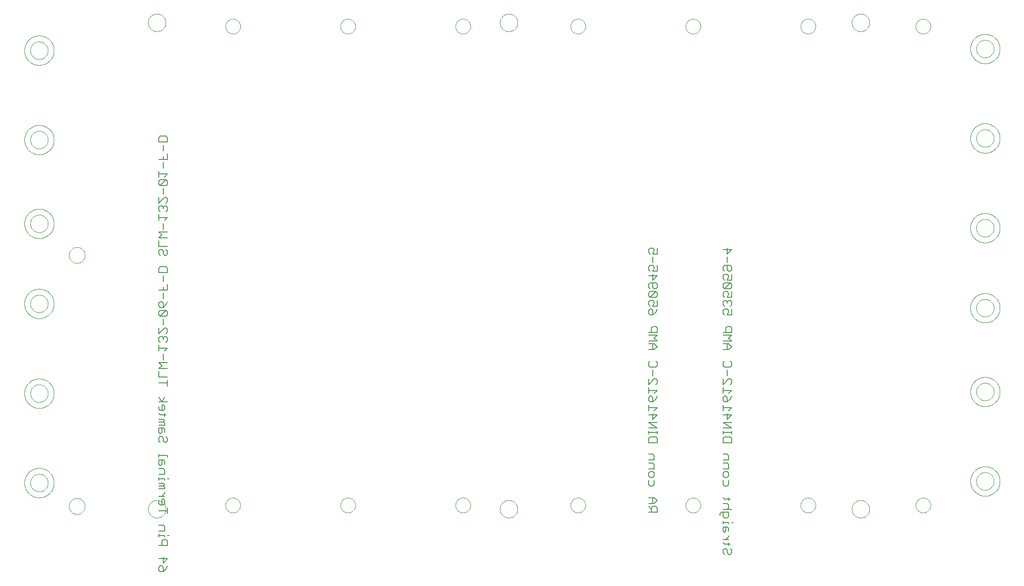
<source format=gbo>
G75*
G70*
%OFA0B0*%
%FSLAX24Y24*%
%IPPOS*%
%LPD*%
%AMOC8*
5,1,8,0,0,1.08239X$1,22.5*
%
%ADD10C,0.0000*%
%ADD11C,0.0060*%
D10*
X003657Y001869D02*
X003659Y001917D01*
X003665Y001965D01*
X003675Y002012D01*
X003688Y002058D01*
X003706Y002103D01*
X003726Y002147D01*
X003751Y002189D01*
X003779Y002228D01*
X003809Y002265D01*
X003843Y002299D01*
X003880Y002331D01*
X003918Y002360D01*
X003959Y002385D01*
X004002Y002407D01*
X004047Y002425D01*
X004093Y002439D01*
X004140Y002450D01*
X004188Y002457D01*
X004236Y002460D01*
X004284Y002459D01*
X004332Y002454D01*
X004380Y002445D01*
X004426Y002433D01*
X004471Y002416D01*
X004515Y002396D01*
X004557Y002373D01*
X004597Y002346D01*
X004635Y002316D01*
X004670Y002283D01*
X004702Y002247D01*
X004732Y002209D01*
X004758Y002168D01*
X004780Y002125D01*
X004800Y002081D01*
X004815Y002036D01*
X004827Y001989D01*
X004835Y001941D01*
X004839Y001893D01*
X004839Y001845D01*
X004835Y001797D01*
X004827Y001749D01*
X004815Y001702D01*
X004800Y001657D01*
X004780Y001613D01*
X004758Y001570D01*
X004732Y001529D01*
X004702Y001491D01*
X004670Y001455D01*
X004635Y001422D01*
X004597Y001392D01*
X004557Y001365D01*
X004515Y001342D01*
X004471Y001322D01*
X004426Y001305D01*
X004380Y001293D01*
X004332Y001284D01*
X004284Y001279D01*
X004236Y001278D01*
X004188Y001281D01*
X004140Y001288D01*
X004093Y001299D01*
X004047Y001313D01*
X004002Y001331D01*
X003959Y001353D01*
X003918Y001378D01*
X003880Y001407D01*
X003843Y001439D01*
X003809Y001473D01*
X003779Y001510D01*
X003751Y001549D01*
X003726Y001591D01*
X003706Y001635D01*
X003688Y001680D01*
X003675Y001726D01*
X003665Y001773D01*
X003659Y001821D01*
X003657Y001869D01*
X000800Y003600D02*
X000802Y003650D01*
X000808Y003700D01*
X000818Y003750D01*
X000831Y003798D01*
X000848Y003846D01*
X000869Y003892D01*
X000893Y003936D01*
X000921Y003978D01*
X000952Y004018D01*
X000986Y004055D01*
X001023Y004090D01*
X001062Y004121D01*
X001103Y004150D01*
X001147Y004175D01*
X001193Y004197D01*
X001240Y004215D01*
X001288Y004229D01*
X001337Y004240D01*
X001387Y004247D01*
X001437Y004250D01*
X001488Y004249D01*
X001538Y004244D01*
X001588Y004235D01*
X001636Y004223D01*
X001684Y004206D01*
X001730Y004186D01*
X001775Y004163D01*
X001818Y004136D01*
X001858Y004106D01*
X001896Y004073D01*
X001931Y004037D01*
X001964Y003998D01*
X001993Y003957D01*
X002019Y003914D01*
X002042Y003869D01*
X002061Y003822D01*
X002076Y003774D01*
X002088Y003725D01*
X002096Y003675D01*
X002100Y003625D01*
X002100Y003575D01*
X002096Y003525D01*
X002088Y003475D01*
X002076Y003426D01*
X002061Y003378D01*
X002042Y003331D01*
X002019Y003286D01*
X001993Y003243D01*
X001964Y003202D01*
X001931Y003163D01*
X001896Y003127D01*
X001858Y003094D01*
X001818Y003064D01*
X001775Y003037D01*
X001730Y003014D01*
X001684Y002994D01*
X001636Y002977D01*
X001588Y002965D01*
X001538Y002956D01*
X001488Y002951D01*
X001437Y002950D01*
X001387Y002953D01*
X001337Y002960D01*
X001288Y002971D01*
X001240Y002985D01*
X001193Y003003D01*
X001147Y003025D01*
X001103Y003050D01*
X001062Y003079D01*
X001023Y003110D01*
X000986Y003145D01*
X000952Y003182D01*
X000921Y003222D01*
X000893Y003264D01*
X000869Y003308D01*
X000848Y003354D01*
X000831Y003402D01*
X000818Y003450D01*
X000808Y003500D01*
X000802Y003550D01*
X000800Y003600D01*
X000360Y003600D02*
X000362Y003666D01*
X000368Y003731D01*
X000378Y003796D01*
X000392Y003861D01*
X000409Y003924D01*
X000431Y003987D01*
X000456Y004047D01*
X000485Y004107D01*
X000517Y004164D01*
X000553Y004219D01*
X000592Y004272D01*
X000634Y004323D01*
X000679Y004371D01*
X000727Y004416D01*
X000778Y004458D01*
X000831Y004497D01*
X000886Y004533D01*
X000943Y004565D01*
X001003Y004594D01*
X001063Y004619D01*
X001126Y004641D01*
X001189Y004658D01*
X001254Y004672D01*
X001319Y004682D01*
X001384Y004688D01*
X001450Y004690D01*
X001516Y004688D01*
X001581Y004682D01*
X001646Y004672D01*
X001711Y004658D01*
X001774Y004641D01*
X001837Y004619D01*
X001897Y004594D01*
X001957Y004565D01*
X002014Y004533D01*
X002069Y004497D01*
X002122Y004458D01*
X002173Y004416D01*
X002221Y004371D01*
X002266Y004323D01*
X002308Y004272D01*
X002347Y004219D01*
X002383Y004164D01*
X002415Y004107D01*
X002444Y004047D01*
X002469Y003987D01*
X002491Y003924D01*
X002508Y003861D01*
X002522Y003796D01*
X002532Y003731D01*
X002538Y003666D01*
X002540Y003600D01*
X002538Y003534D01*
X002532Y003469D01*
X002522Y003404D01*
X002508Y003339D01*
X002491Y003276D01*
X002469Y003213D01*
X002444Y003153D01*
X002415Y003093D01*
X002383Y003036D01*
X002347Y002981D01*
X002308Y002928D01*
X002266Y002877D01*
X002221Y002829D01*
X002173Y002784D01*
X002122Y002742D01*
X002069Y002703D01*
X002014Y002667D01*
X001957Y002635D01*
X001897Y002606D01*
X001837Y002581D01*
X001774Y002559D01*
X001711Y002542D01*
X001646Y002528D01*
X001581Y002518D01*
X001516Y002512D01*
X001450Y002510D01*
X001384Y002512D01*
X001319Y002518D01*
X001254Y002528D01*
X001189Y002542D01*
X001126Y002559D01*
X001063Y002581D01*
X001003Y002606D01*
X000943Y002635D01*
X000886Y002667D01*
X000831Y002703D01*
X000778Y002742D01*
X000727Y002784D01*
X000679Y002829D01*
X000634Y002877D01*
X000592Y002928D01*
X000553Y002981D01*
X000517Y003036D01*
X000485Y003093D01*
X000456Y003153D01*
X000431Y003213D01*
X000409Y003276D01*
X000392Y003339D01*
X000378Y003404D01*
X000368Y003469D01*
X000362Y003534D01*
X000360Y003600D01*
X009500Y001660D02*
X009502Y001710D01*
X009508Y001760D01*
X009518Y001810D01*
X009531Y001858D01*
X009548Y001906D01*
X009569Y001952D01*
X009593Y001996D01*
X009621Y002038D01*
X009652Y002078D01*
X009686Y002115D01*
X009723Y002150D01*
X009762Y002181D01*
X009803Y002210D01*
X009847Y002235D01*
X009893Y002257D01*
X009940Y002275D01*
X009988Y002289D01*
X010037Y002300D01*
X010087Y002307D01*
X010137Y002310D01*
X010188Y002309D01*
X010238Y002304D01*
X010288Y002295D01*
X010336Y002283D01*
X010384Y002266D01*
X010430Y002246D01*
X010475Y002223D01*
X010518Y002196D01*
X010558Y002166D01*
X010596Y002133D01*
X010631Y002097D01*
X010664Y002058D01*
X010693Y002017D01*
X010719Y001974D01*
X010742Y001929D01*
X010761Y001882D01*
X010776Y001834D01*
X010788Y001785D01*
X010796Y001735D01*
X010800Y001685D01*
X010800Y001635D01*
X010796Y001585D01*
X010788Y001535D01*
X010776Y001486D01*
X010761Y001438D01*
X010742Y001391D01*
X010719Y001346D01*
X010693Y001303D01*
X010664Y001262D01*
X010631Y001223D01*
X010596Y001187D01*
X010558Y001154D01*
X010518Y001124D01*
X010475Y001097D01*
X010430Y001074D01*
X010384Y001054D01*
X010336Y001037D01*
X010288Y001025D01*
X010238Y001016D01*
X010188Y001011D01*
X010137Y001010D01*
X010087Y001013D01*
X010037Y001020D01*
X009988Y001031D01*
X009940Y001045D01*
X009893Y001063D01*
X009847Y001085D01*
X009803Y001110D01*
X009762Y001139D01*
X009723Y001170D01*
X009686Y001205D01*
X009652Y001242D01*
X009621Y001282D01*
X009593Y001324D01*
X009569Y001368D01*
X009548Y001414D01*
X009531Y001462D01*
X009518Y001510D01*
X009508Y001560D01*
X009502Y001610D01*
X009500Y001660D01*
X015220Y001940D02*
X015222Y001987D01*
X015228Y002033D01*
X015238Y002079D01*
X015251Y002123D01*
X015269Y002167D01*
X015290Y002208D01*
X015314Y002248D01*
X015342Y002286D01*
X015373Y002321D01*
X015407Y002353D01*
X015443Y002382D01*
X015482Y002408D01*
X015522Y002431D01*
X015565Y002450D01*
X015609Y002466D01*
X015654Y002478D01*
X015700Y002486D01*
X015747Y002490D01*
X015793Y002490D01*
X015840Y002486D01*
X015886Y002478D01*
X015931Y002466D01*
X015975Y002450D01*
X016018Y002431D01*
X016058Y002408D01*
X016097Y002382D01*
X016133Y002353D01*
X016167Y002321D01*
X016198Y002286D01*
X016226Y002248D01*
X016250Y002208D01*
X016271Y002167D01*
X016289Y002123D01*
X016302Y002079D01*
X016312Y002033D01*
X016318Y001987D01*
X016320Y001940D01*
X016318Y001893D01*
X016312Y001847D01*
X016302Y001801D01*
X016289Y001757D01*
X016271Y001713D01*
X016250Y001672D01*
X016226Y001632D01*
X016198Y001594D01*
X016167Y001559D01*
X016133Y001527D01*
X016097Y001498D01*
X016058Y001472D01*
X016018Y001449D01*
X015975Y001430D01*
X015931Y001414D01*
X015886Y001402D01*
X015840Y001394D01*
X015793Y001390D01*
X015747Y001390D01*
X015700Y001394D01*
X015654Y001402D01*
X015609Y001414D01*
X015565Y001430D01*
X015522Y001449D01*
X015482Y001472D01*
X015443Y001498D01*
X015407Y001527D01*
X015373Y001559D01*
X015342Y001594D01*
X015314Y001632D01*
X015290Y001672D01*
X015269Y001713D01*
X015251Y001757D01*
X015238Y001801D01*
X015228Y001847D01*
X015222Y001893D01*
X015220Y001940D01*
X023720Y001940D02*
X023722Y001987D01*
X023728Y002033D01*
X023738Y002079D01*
X023751Y002123D01*
X023769Y002167D01*
X023790Y002208D01*
X023814Y002248D01*
X023842Y002286D01*
X023873Y002321D01*
X023907Y002353D01*
X023943Y002382D01*
X023982Y002408D01*
X024022Y002431D01*
X024065Y002450D01*
X024109Y002466D01*
X024154Y002478D01*
X024200Y002486D01*
X024247Y002490D01*
X024293Y002490D01*
X024340Y002486D01*
X024386Y002478D01*
X024431Y002466D01*
X024475Y002450D01*
X024518Y002431D01*
X024558Y002408D01*
X024597Y002382D01*
X024633Y002353D01*
X024667Y002321D01*
X024698Y002286D01*
X024726Y002248D01*
X024750Y002208D01*
X024771Y002167D01*
X024789Y002123D01*
X024802Y002079D01*
X024812Y002033D01*
X024818Y001987D01*
X024820Y001940D01*
X024818Y001893D01*
X024812Y001847D01*
X024802Y001801D01*
X024789Y001757D01*
X024771Y001713D01*
X024750Y001672D01*
X024726Y001632D01*
X024698Y001594D01*
X024667Y001559D01*
X024633Y001527D01*
X024597Y001498D01*
X024558Y001472D01*
X024518Y001449D01*
X024475Y001430D01*
X024431Y001414D01*
X024386Y001402D01*
X024340Y001394D01*
X024293Y001390D01*
X024247Y001390D01*
X024200Y001394D01*
X024154Y001402D01*
X024109Y001414D01*
X024065Y001430D01*
X024022Y001449D01*
X023982Y001472D01*
X023943Y001498D01*
X023907Y001527D01*
X023873Y001559D01*
X023842Y001594D01*
X023814Y001632D01*
X023790Y001672D01*
X023769Y001713D01*
X023751Y001757D01*
X023738Y001801D01*
X023728Y001847D01*
X023722Y001893D01*
X023720Y001940D01*
X032220Y001940D02*
X032222Y001987D01*
X032228Y002033D01*
X032238Y002079D01*
X032251Y002123D01*
X032269Y002167D01*
X032290Y002208D01*
X032314Y002248D01*
X032342Y002286D01*
X032373Y002321D01*
X032407Y002353D01*
X032443Y002382D01*
X032482Y002408D01*
X032522Y002431D01*
X032565Y002450D01*
X032609Y002466D01*
X032654Y002478D01*
X032700Y002486D01*
X032747Y002490D01*
X032793Y002490D01*
X032840Y002486D01*
X032886Y002478D01*
X032931Y002466D01*
X032975Y002450D01*
X033018Y002431D01*
X033058Y002408D01*
X033097Y002382D01*
X033133Y002353D01*
X033167Y002321D01*
X033198Y002286D01*
X033226Y002248D01*
X033250Y002208D01*
X033271Y002167D01*
X033289Y002123D01*
X033302Y002079D01*
X033312Y002033D01*
X033318Y001987D01*
X033320Y001940D01*
X033318Y001893D01*
X033312Y001847D01*
X033302Y001801D01*
X033289Y001757D01*
X033271Y001713D01*
X033250Y001672D01*
X033226Y001632D01*
X033198Y001594D01*
X033167Y001559D01*
X033133Y001527D01*
X033097Y001498D01*
X033058Y001472D01*
X033018Y001449D01*
X032975Y001430D01*
X032931Y001414D01*
X032886Y001402D01*
X032840Y001394D01*
X032793Y001390D01*
X032747Y001390D01*
X032700Y001394D01*
X032654Y001402D01*
X032609Y001414D01*
X032565Y001430D01*
X032522Y001449D01*
X032482Y001472D01*
X032443Y001498D01*
X032407Y001527D01*
X032373Y001559D01*
X032342Y001594D01*
X032314Y001632D01*
X032290Y001672D01*
X032269Y001713D01*
X032251Y001757D01*
X032238Y001801D01*
X032228Y001847D01*
X032222Y001893D01*
X032220Y001940D01*
X035500Y001660D02*
X035502Y001710D01*
X035508Y001760D01*
X035518Y001810D01*
X035531Y001858D01*
X035548Y001906D01*
X035569Y001952D01*
X035593Y001996D01*
X035621Y002038D01*
X035652Y002078D01*
X035686Y002115D01*
X035723Y002150D01*
X035762Y002181D01*
X035803Y002210D01*
X035847Y002235D01*
X035893Y002257D01*
X035940Y002275D01*
X035988Y002289D01*
X036037Y002300D01*
X036087Y002307D01*
X036137Y002310D01*
X036188Y002309D01*
X036238Y002304D01*
X036288Y002295D01*
X036336Y002283D01*
X036384Y002266D01*
X036430Y002246D01*
X036475Y002223D01*
X036518Y002196D01*
X036558Y002166D01*
X036596Y002133D01*
X036631Y002097D01*
X036664Y002058D01*
X036693Y002017D01*
X036719Y001974D01*
X036742Y001929D01*
X036761Y001882D01*
X036776Y001834D01*
X036788Y001785D01*
X036796Y001735D01*
X036800Y001685D01*
X036800Y001635D01*
X036796Y001585D01*
X036788Y001535D01*
X036776Y001486D01*
X036761Y001438D01*
X036742Y001391D01*
X036719Y001346D01*
X036693Y001303D01*
X036664Y001262D01*
X036631Y001223D01*
X036596Y001187D01*
X036558Y001154D01*
X036518Y001124D01*
X036475Y001097D01*
X036430Y001074D01*
X036384Y001054D01*
X036336Y001037D01*
X036288Y001025D01*
X036238Y001016D01*
X036188Y001011D01*
X036137Y001010D01*
X036087Y001013D01*
X036037Y001020D01*
X035988Y001031D01*
X035940Y001045D01*
X035893Y001063D01*
X035847Y001085D01*
X035803Y001110D01*
X035762Y001139D01*
X035723Y001170D01*
X035686Y001205D01*
X035652Y001242D01*
X035621Y001282D01*
X035593Y001324D01*
X035569Y001368D01*
X035548Y001414D01*
X035531Y001462D01*
X035518Y001510D01*
X035508Y001560D01*
X035502Y001610D01*
X035500Y001660D01*
X040720Y001940D02*
X040722Y001987D01*
X040728Y002033D01*
X040738Y002079D01*
X040751Y002123D01*
X040769Y002167D01*
X040790Y002208D01*
X040814Y002248D01*
X040842Y002286D01*
X040873Y002321D01*
X040907Y002353D01*
X040943Y002382D01*
X040982Y002408D01*
X041022Y002431D01*
X041065Y002450D01*
X041109Y002466D01*
X041154Y002478D01*
X041200Y002486D01*
X041247Y002490D01*
X041293Y002490D01*
X041340Y002486D01*
X041386Y002478D01*
X041431Y002466D01*
X041475Y002450D01*
X041518Y002431D01*
X041558Y002408D01*
X041597Y002382D01*
X041633Y002353D01*
X041667Y002321D01*
X041698Y002286D01*
X041726Y002248D01*
X041750Y002208D01*
X041771Y002167D01*
X041789Y002123D01*
X041802Y002079D01*
X041812Y002033D01*
X041818Y001987D01*
X041820Y001940D01*
X041818Y001893D01*
X041812Y001847D01*
X041802Y001801D01*
X041789Y001757D01*
X041771Y001713D01*
X041750Y001672D01*
X041726Y001632D01*
X041698Y001594D01*
X041667Y001559D01*
X041633Y001527D01*
X041597Y001498D01*
X041558Y001472D01*
X041518Y001449D01*
X041475Y001430D01*
X041431Y001414D01*
X041386Y001402D01*
X041340Y001394D01*
X041293Y001390D01*
X041247Y001390D01*
X041200Y001394D01*
X041154Y001402D01*
X041109Y001414D01*
X041065Y001430D01*
X041022Y001449D01*
X040982Y001472D01*
X040943Y001498D01*
X040907Y001527D01*
X040873Y001559D01*
X040842Y001594D01*
X040814Y001632D01*
X040790Y001672D01*
X040769Y001713D01*
X040751Y001757D01*
X040738Y001801D01*
X040728Y001847D01*
X040722Y001893D01*
X040720Y001940D01*
X049220Y001940D02*
X049222Y001987D01*
X049228Y002033D01*
X049238Y002079D01*
X049251Y002123D01*
X049269Y002167D01*
X049290Y002208D01*
X049314Y002248D01*
X049342Y002286D01*
X049373Y002321D01*
X049407Y002353D01*
X049443Y002382D01*
X049482Y002408D01*
X049522Y002431D01*
X049565Y002450D01*
X049609Y002466D01*
X049654Y002478D01*
X049700Y002486D01*
X049747Y002490D01*
X049793Y002490D01*
X049840Y002486D01*
X049886Y002478D01*
X049931Y002466D01*
X049975Y002450D01*
X050018Y002431D01*
X050058Y002408D01*
X050097Y002382D01*
X050133Y002353D01*
X050167Y002321D01*
X050198Y002286D01*
X050226Y002248D01*
X050250Y002208D01*
X050271Y002167D01*
X050289Y002123D01*
X050302Y002079D01*
X050312Y002033D01*
X050318Y001987D01*
X050320Y001940D01*
X050318Y001893D01*
X050312Y001847D01*
X050302Y001801D01*
X050289Y001757D01*
X050271Y001713D01*
X050250Y001672D01*
X050226Y001632D01*
X050198Y001594D01*
X050167Y001559D01*
X050133Y001527D01*
X050097Y001498D01*
X050058Y001472D01*
X050018Y001449D01*
X049975Y001430D01*
X049931Y001414D01*
X049886Y001402D01*
X049840Y001394D01*
X049793Y001390D01*
X049747Y001390D01*
X049700Y001394D01*
X049654Y001402D01*
X049609Y001414D01*
X049565Y001430D01*
X049522Y001449D01*
X049482Y001472D01*
X049443Y001498D01*
X049407Y001527D01*
X049373Y001559D01*
X049342Y001594D01*
X049314Y001632D01*
X049290Y001672D01*
X049269Y001713D01*
X049251Y001757D01*
X049238Y001801D01*
X049228Y001847D01*
X049222Y001893D01*
X049220Y001940D01*
X057720Y001940D02*
X057722Y001987D01*
X057728Y002033D01*
X057738Y002079D01*
X057751Y002123D01*
X057769Y002167D01*
X057790Y002208D01*
X057814Y002248D01*
X057842Y002286D01*
X057873Y002321D01*
X057907Y002353D01*
X057943Y002382D01*
X057982Y002408D01*
X058022Y002431D01*
X058065Y002450D01*
X058109Y002466D01*
X058154Y002478D01*
X058200Y002486D01*
X058247Y002490D01*
X058293Y002490D01*
X058340Y002486D01*
X058386Y002478D01*
X058431Y002466D01*
X058475Y002450D01*
X058518Y002431D01*
X058558Y002408D01*
X058597Y002382D01*
X058633Y002353D01*
X058667Y002321D01*
X058698Y002286D01*
X058726Y002248D01*
X058750Y002208D01*
X058771Y002167D01*
X058789Y002123D01*
X058802Y002079D01*
X058812Y002033D01*
X058818Y001987D01*
X058820Y001940D01*
X058818Y001893D01*
X058812Y001847D01*
X058802Y001801D01*
X058789Y001757D01*
X058771Y001713D01*
X058750Y001672D01*
X058726Y001632D01*
X058698Y001594D01*
X058667Y001559D01*
X058633Y001527D01*
X058597Y001498D01*
X058558Y001472D01*
X058518Y001449D01*
X058475Y001430D01*
X058431Y001414D01*
X058386Y001402D01*
X058340Y001394D01*
X058293Y001390D01*
X058247Y001390D01*
X058200Y001394D01*
X058154Y001402D01*
X058109Y001414D01*
X058065Y001430D01*
X058022Y001449D01*
X057982Y001472D01*
X057943Y001498D01*
X057907Y001527D01*
X057873Y001559D01*
X057842Y001594D01*
X057814Y001632D01*
X057790Y001672D01*
X057769Y001713D01*
X057751Y001757D01*
X057738Y001801D01*
X057728Y001847D01*
X057722Y001893D01*
X057720Y001940D01*
X061500Y001660D02*
X061502Y001710D01*
X061508Y001760D01*
X061518Y001810D01*
X061531Y001858D01*
X061548Y001906D01*
X061569Y001952D01*
X061593Y001996D01*
X061621Y002038D01*
X061652Y002078D01*
X061686Y002115D01*
X061723Y002150D01*
X061762Y002181D01*
X061803Y002210D01*
X061847Y002235D01*
X061893Y002257D01*
X061940Y002275D01*
X061988Y002289D01*
X062037Y002300D01*
X062087Y002307D01*
X062137Y002310D01*
X062188Y002309D01*
X062238Y002304D01*
X062288Y002295D01*
X062336Y002283D01*
X062384Y002266D01*
X062430Y002246D01*
X062475Y002223D01*
X062518Y002196D01*
X062558Y002166D01*
X062596Y002133D01*
X062631Y002097D01*
X062664Y002058D01*
X062693Y002017D01*
X062719Y001974D01*
X062742Y001929D01*
X062761Y001882D01*
X062776Y001834D01*
X062788Y001785D01*
X062796Y001735D01*
X062800Y001685D01*
X062800Y001635D01*
X062796Y001585D01*
X062788Y001535D01*
X062776Y001486D01*
X062761Y001438D01*
X062742Y001391D01*
X062719Y001346D01*
X062693Y001303D01*
X062664Y001262D01*
X062631Y001223D01*
X062596Y001187D01*
X062558Y001154D01*
X062518Y001124D01*
X062475Y001097D01*
X062430Y001074D01*
X062384Y001054D01*
X062336Y001037D01*
X062288Y001025D01*
X062238Y001016D01*
X062188Y001011D01*
X062137Y001010D01*
X062087Y001013D01*
X062037Y001020D01*
X061988Y001031D01*
X061940Y001045D01*
X061893Y001063D01*
X061847Y001085D01*
X061803Y001110D01*
X061762Y001139D01*
X061723Y001170D01*
X061686Y001205D01*
X061652Y001242D01*
X061621Y001282D01*
X061593Y001324D01*
X061569Y001368D01*
X061548Y001414D01*
X061531Y001462D01*
X061518Y001510D01*
X061508Y001560D01*
X061502Y001610D01*
X061500Y001660D01*
X066220Y001940D02*
X066222Y001987D01*
X066228Y002033D01*
X066238Y002079D01*
X066251Y002123D01*
X066269Y002167D01*
X066290Y002208D01*
X066314Y002248D01*
X066342Y002286D01*
X066373Y002321D01*
X066407Y002353D01*
X066443Y002382D01*
X066482Y002408D01*
X066522Y002431D01*
X066565Y002450D01*
X066609Y002466D01*
X066654Y002478D01*
X066700Y002486D01*
X066747Y002490D01*
X066793Y002490D01*
X066840Y002486D01*
X066886Y002478D01*
X066931Y002466D01*
X066975Y002450D01*
X067018Y002431D01*
X067058Y002408D01*
X067097Y002382D01*
X067133Y002353D01*
X067167Y002321D01*
X067198Y002286D01*
X067226Y002248D01*
X067250Y002208D01*
X067271Y002167D01*
X067289Y002123D01*
X067302Y002079D01*
X067312Y002033D01*
X067318Y001987D01*
X067320Y001940D01*
X067318Y001893D01*
X067312Y001847D01*
X067302Y001801D01*
X067289Y001757D01*
X067271Y001713D01*
X067250Y001672D01*
X067226Y001632D01*
X067198Y001594D01*
X067167Y001559D01*
X067133Y001527D01*
X067097Y001498D01*
X067058Y001472D01*
X067018Y001449D01*
X066975Y001430D01*
X066931Y001414D01*
X066886Y001402D01*
X066840Y001394D01*
X066793Y001390D01*
X066747Y001390D01*
X066700Y001394D01*
X066654Y001402D01*
X066609Y001414D01*
X066565Y001430D01*
X066522Y001449D01*
X066482Y001472D01*
X066443Y001498D01*
X066407Y001527D01*
X066373Y001559D01*
X066342Y001594D01*
X066314Y001632D01*
X066290Y001672D01*
X066269Y001713D01*
X066251Y001757D01*
X066238Y001801D01*
X066228Y001847D01*
X066222Y001893D01*
X066220Y001940D01*
X070700Y003720D02*
X070702Y003770D01*
X070708Y003820D01*
X070718Y003870D01*
X070731Y003918D01*
X070748Y003966D01*
X070769Y004012D01*
X070793Y004056D01*
X070821Y004098D01*
X070852Y004138D01*
X070886Y004175D01*
X070923Y004210D01*
X070962Y004241D01*
X071003Y004270D01*
X071047Y004295D01*
X071093Y004317D01*
X071140Y004335D01*
X071188Y004349D01*
X071237Y004360D01*
X071287Y004367D01*
X071337Y004370D01*
X071388Y004369D01*
X071438Y004364D01*
X071488Y004355D01*
X071536Y004343D01*
X071584Y004326D01*
X071630Y004306D01*
X071675Y004283D01*
X071718Y004256D01*
X071758Y004226D01*
X071796Y004193D01*
X071831Y004157D01*
X071864Y004118D01*
X071893Y004077D01*
X071919Y004034D01*
X071942Y003989D01*
X071961Y003942D01*
X071976Y003894D01*
X071988Y003845D01*
X071996Y003795D01*
X072000Y003745D01*
X072000Y003695D01*
X071996Y003645D01*
X071988Y003595D01*
X071976Y003546D01*
X071961Y003498D01*
X071942Y003451D01*
X071919Y003406D01*
X071893Y003363D01*
X071864Y003322D01*
X071831Y003283D01*
X071796Y003247D01*
X071758Y003214D01*
X071718Y003184D01*
X071675Y003157D01*
X071630Y003134D01*
X071584Y003114D01*
X071536Y003097D01*
X071488Y003085D01*
X071438Y003076D01*
X071388Y003071D01*
X071337Y003070D01*
X071287Y003073D01*
X071237Y003080D01*
X071188Y003091D01*
X071140Y003105D01*
X071093Y003123D01*
X071047Y003145D01*
X071003Y003170D01*
X070962Y003199D01*
X070923Y003230D01*
X070886Y003265D01*
X070852Y003302D01*
X070821Y003342D01*
X070793Y003384D01*
X070769Y003428D01*
X070748Y003474D01*
X070731Y003522D01*
X070718Y003570D01*
X070708Y003620D01*
X070702Y003670D01*
X070700Y003720D01*
X070260Y003720D02*
X070262Y003786D01*
X070268Y003851D01*
X070278Y003916D01*
X070292Y003981D01*
X070309Y004044D01*
X070331Y004107D01*
X070356Y004167D01*
X070385Y004227D01*
X070417Y004284D01*
X070453Y004339D01*
X070492Y004392D01*
X070534Y004443D01*
X070579Y004491D01*
X070627Y004536D01*
X070678Y004578D01*
X070731Y004617D01*
X070786Y004653D01*
X070843Y004685D01*
X070903Y004714D01*
X070963Y004739D01*
X071026Y004761D01*
X071089Y004778D01*
X071154Y004792D01*
X071219Y004802D01*
X071284Y004808D01*
X071350Y004810D01*
X071416Y004808D01*
X071481Y004802D01*
X071546Y004792D01*
X071611Y004778D01*
X071674Y004761D01*
X071737Y004739D01*
X071797Y004714D01*
X071857Y004685D01*
X071914Y004653D01*
X071969Y004617D01*
X072022Y004578D01*
X072073Y004536D01*
X072121Y004491D01*
X072166Y004443D01*
X072208Y004392D01*
X072247Y004339D01*
X072283Y004284D01*
X072315Y004227D01*
X072344Y004167D01*
X072369Y004107D01*
X072391Y004044D01*
X072408Y003981D01*
X072422Y003916D01*
X072432Y003851D01*
X072438Y003786D01*
X072440Y003720D01*
X072438Y003654D01*
X072432Y003589D01*
X072422Y003524D01*
X072408Y003459D01*
X072391Y003396D01*
X072369Y003333D01*
X072344Y003273D01*
X072315Y003213D01*
X072283Y003156D01*
X072247Y003101D01*
X072208Y003048D01*
X072166Y002997D01*
X072121Y002949D01*
X072073Y002904D01*
X072022Y002862D01*
X071969Y002823D01*
X071914Y002787D01*
X071857Y002755D01*
X071797Y002726D01*
X071737Y002701D01*
X071674Y002679D01*
X071611Y002662D01*
X071546Y002648D01*
X071481Y002638D01*
X071416Y002632D01*
X071350Y002630D01*
X071284Y002632D01*
X071219Y002638D01*
X071154Y002648D01*
X071089Y002662D01*
X071026Y002679D01*
X070963Y002701D01*
X070903Y002726D01*
X070843Y002755D01*
X070786Y002787D01*
X070731Y002823D01*
X070678Y002862D01*
X070627Y002904D01*
X070579Y002949D01*
X070534Y002997D01*
X070492Y003048D01*
X070453Y003101D01*
X070417Y003156D01*
X070385Y003213D01*
X070356Y003273D01*
X070331Y003333D01*
X070309Y003396D01*
X070292Y003459D01*
X070278Y003524D01*
X070268Y003589D01*
X070262Y003654D01*
X070260Y003720D01*
X070700Y010340D02*
X070702Y010390D01*
X070708Y010440D01*
X070718Y010490D01*
X070731Y010538D01*
X070748Y010586D01*
X070769Y010632D01*
X070793Y010676D01*
X070821Y010718D01*
X070852Y010758D01*
X070886Y010795D01*
X070923Y010830D01*
X070962Y010861D01*
X071003Y010890D01*
X071047Y010915D01*
X071093Y010937D01*
X071140Y010955D01*
X071188Y010969D01*
X071237Y010980D01*
X071287Y010987D01*
X071337Y010990D01*
X071388Y010989D01*
X071438Y010984D01*
X071488Y010975D01*
X071536Y010963D01*
X071584Y010946D01*
X071630Y010926D01*
X071675Y010903D01*
X071718Y010876D01*
X071758Y010846D01*
X071796Y010813D01*
X071831Y010777D01*
X071864Y010738D01*
X071893Y010697D01*
X071919Y010654D01*
X071942Y010609D01*
X071961Y010562D01*
X071976Y010514D01*
X071988Y010465D01*
X071996Y010415D01*
X072000Y010365D01*
X072000Y010315D01*
X071996Y010265D01*
X071988Y010215D01*
X071976Y010166D01*
X071961Y010118D01*
X071942Y010071D01*
X071919Y010026D01*
X071893Y009983D01*
X071864Y009942D01*
X071831Y009903D01*
X071796Y009867D01*
X071758Y009834D01*
X071718Y009804D01*
X071675Y009777D01*
X071630Y009754D01*
X071584Y009734D01*
X071536Y009717D01*
X071488Y009705D01*
X071438Y009696D01*
X071388Y009691D01*
X071337Y009690D01*
X071287Y009693D01*
X071237Y009700D01*
X071188Y009711D01*
X071140Y009725D01*
X071093Y009743D01*
X071047Y009765D01*
X071003Y009790D01*
X070962Y009819D01*
X070923Y009850D01*
X070886Y009885D01*
X070852Y009922D01*
X070821Y009962D01*
X070793Y010004D01*
X070769Y010048D01*
X070748Y010094D01*
X070731Y010142D01*
X070718Y010190D01*
X070708Y010240D01*
X070702Y010290D01*
X070700Y010340D01*
X070260Y010340D02*
X070262Y010406D01*
X070268Y010471D01*
X070278Y010536D01*
X070292Y010601D01*
X070309Y010664D01*
X070331Y010727D01*
X070356Y010787D01*
X070385Y010847D01*
X070417Y010904D01*
X070453Y010959D01*
X070492Y011012D01*
X070534Y011063D01*
X070579Y011111D01*
X070627Y011156D01*
X070678Y011198D01*
X070731Y011237D01*
X070786Y011273D01*
X070843Y011305D01*
X070903Y011334D01*
X070963Y011359D01*
X071026Y011381D01*
X071089Y011398D01*
X071154Y011412D01*
X071219Y011422D01*
X071284Y011428D01*
X071350Y011430D01*
X071416Y011428D01*
X071481Y011422D01*
X071546Y011412D01*
X071611Y011398D01*
X071674Y011381D01*
X071737Y011359D01*
X071797Y011334D01*
X071857Y011305D01*
X071914Y011273D01*
X071969Y011237D01*
X072022Y011198D01*
X072073Y011156D01*
X072121Y011111D01*
X072166Y011063D01*
X072208Y011012D01*
X072247Y010959D01*
X072283Y010904D01*
X072315Y010847D01*
X072344Y010787D01*
X072369Y010727D01*
X072391Y010664D01*
X072408Y010601D01*
X072422Y010536D01*
X072432Y010471D01*
X072438Y010406D01*
X072440Y010340D01*
X072438Y010274D01*
X072432Y010209D01*
X072422Y010144D01*
X072408Y010079D01*
X072391Y010016D01*
X072369Y009953D01*
X072344Y009893D01*
X072315Y009833D01*
X072283Y009776D01*
X072247Y009721D01*
X072208Y009668D01*
X072166Y009617D01*
X072121Y009569D01*
X072073Y009524D01*
X072022Y009482D01*
X071969Y009443D01*
X071914Y009407D01*
X071857Y009375D01*
X071797Y009346D01*
X071737Y009321D01*
X071674Y009299D01*
X071611Y009282D01*
X071546Y009268D01*
X071481Y009258D01*
X071416Y009252D01*
X071350Y009250D01*
X071284Y009252D01*
X071219Y009258D01*
X071154Y009268D01*
X071089Y009282D01*
X071026Y009299D01*
X070963Y009321D01*
X070903Y009346D01*
X070843Y009375D01*
X070786Y009407D01*
X070731Y009443D01*
X070678Y009482D01*
X070627Y009524D01*
X070579Y009569D01*
X070534Y009617D01*
X070492Y009668D01*
X070453Y009721D01*
X070417Y009776D01*
X070385Y009833D01*
X070356Y009893D01*
X070331Y009953D01*
X070309Y010016D01*
X070292Y010079D01*
X070278Y010144D01*
X070268Y010209D01*
X070262Y010274D01*
X070260Y010340D01*
X070700Y016540D02*
X070702Y016590D01*
X070708Y016640D01*
X070718Y016690D01*
X070731Y016738D01*
X070748Y016786D01*
X070769Y016832D01*
X070793Y016876D01*
X070821Y016918D01*
X070852Y016958D01*
X070886Y016995D01*
X070923Y017030D01*
X070962Y017061D01*
X071003Y017090D01*
X071047Y017115D01*
X071093Y017137D01*
X071140Y017155D01*
X071188Y017169D01*
X071237Y017180D01*
X071287Y017187D01*
X071337Y017190D01*
X071388Y017189D01*
X071438Y017184D01*
X071488Y017175D01*
X071536Y017163D01*
X071584Y017146D01*
X071630Y017126D01*
X071675Y017103D01*
X071718Y017076D01*
X071758Y017046D01*
X071796Y017013D01*
X071831Y016977D01*
X071864Y016938D01*
X071893Y016897D01*
X071919Y016854D01*
X071942Y016809D01*
X071961Y016762D01*
X071976Y016714D01*
X071988Y016665D01*
X071996Y016615D01*
X072000Y016565D01*
X072000Y016515D01*
X071996Y016465D01*
X071988Y016415D01*
X071976Y016366D01*
X071961Y016318D01*
X071942Y016271D01*
X071919Y016226D01*
X071893Y016183D01*
X071864Y016142D01*
X071831Y016103D01*
X071796Y016067D01*
X071758Y016034D01*
X071718Y016004D01*
X071675Y015977D01*
X071630Y015954D01*
X071584Y015934D01*
X071536Y015917D01*
X071488Y015905D01*
X071438Y015896D01*
X071388Y015891D01*
X071337Y015890D01*
X071287Y015893D01*
X071237Y015900D01*
X071188Y015911D01*
X071140Y015925D01*
X071093Y015943D01*
X071047Y015965D01*
X071003Y015990D01*
X070962Y016019D01*
X070923Y016050D01*
X070886Y016085D01*
X070852Y016122D01*
X070821Y016162D01*
X070793Y016204D01*
X070769Y016248D01*
X070748Y016294D01*
X070731Y016342D01*
X070718Y016390D01*
X070708Y016440D01*
X070702Y016490D01*
X070700Y016540D01*
X070260Y016540D02*
X070262Y016606D01*
X070268Y016671D01*
X070278Y016736D01*
X070292Y016801D01*
X070309Y016864D01*
X070331Y016927D01*
X070356Y016987D01*
X070385Y017047D01*
X070417Y017104D01*
X070453Y017159D01*
X070492Y017212D01*
X070534Y017263D01*
X070579Y017311D01*
X070627Y017356D01*
X070678Y017398D01*
X070731Y017437D01*
X070786Y017473D01*
X070843Y017505D01*
X070903Y017534D01*
X070963Y017559D01*
X071026Y017581D01*
X071089Y017598D01*
X071154Y017612D01*
X071219Y017622D01*
X071284Y017628D01*
X071350Y017630D01*
X071416Y017628D01*
X071481Y017622D01*
X071546Y017612D01*
X071611Y017598D01*
X071674Y017581D01*
X071737Y017559D01*
X071797Y017534D01*
X071857Y017505D01*
X071914Y017473D01*
X071969Y017437D01*
X072022Y017398D01*
X072073Y017356D01*
X072121Y017311D01*
X072166Y017263D01*
X072208Y017212D01*
X072247Y017159D01*
X072283Y017104D01*
X072315Y017047D01*
X072344Y016987D01*
X072369Y016927D01*
X072391Y016864D01*
X072408Y016801D01*
X072422Y016736D01*
X072432Y016671D01*
X072438Y016606D01*
X072440Y016540D01*
X072438Y016474D01*
X072432Y016409D01*
X072422Y016344D01*
X072408Y016279D01*
X072391Y016216D01*
X072369Y016153D01*
X072344Y016093D01*
X072315Y016033D01*
X072283Y015976D01*
X072247Y015921D01*
X072208Y015868D01*
X072166Y015817D01*
X072121Y015769D01*
X072073Y015724D01*
X072022Y015682D01*
X071969Y015643D01*
X071914Y015607D01*
X071857Y015575D01*
X071797Y015546D01*
X071737Y015521D01*
X071674Y015499D01*
X071611Y015482D01*
X071546Y015468D01*
X071481Y015458D01*
X071416Y015452D01*
X071350Y015450D01*
X071284Y015452D01*
X071219Y015458D01*
X071154Y015468D01*
X071089Y015482D01*
X071026Y015499D01*
X070963Y015521D01*
X070903Y015546D01*
X070843Y015575D01*
X070786Y015607D01*
X070731Y015643D01*
X070678Y015682D01*
X070627Y015724D01*
X070579Y015769D01*
X070534Y015817D01*
X070492Y015868D01*
X070453Y015921D01*
X070417Y015976D01*
X070385Y016033D01*
X070356Y016093D01*
X070331Y016153D01*
X070309Y016216D01*
X070292Y016279D01*
X070278Y016344D01*
X070268Y016409D01*
X070262Y016474D01*
X070260Y016540D01*
X070700Y022460D02*
X070702Y022510D01*
X070708Y022560D01*
X070718Y022610D01*
X070731Y022658D01*
X070748Y022706D01*
X070769Y022752D01*
X070793Y022796D01*
X070821Y022838D01*
X070852Y022878D01*
X070886Y022915D01*
X070923Y022950D01*
X070962Y022981D01*
X071003Y023010D01*
X071047Y023035D01*
X071093Y023057D01*
X071140Y023075D01*
X071188Y023089D01*
X071237Y023100D01*
X071287Y023107D01*
X071337Y023110D01*
X071388Y023109D01*
X071438Y023104D01*
X071488Y023095D01*
X071536Y023083D01*
X071584Y023066D01*
X071630Y023046D01*
X071675Y023023D01*
X071718Y022996D01*
X071758Y022966D01*
X071796Y022933D01*
X071831Y022897D01*
X071864Y022858D01*
X071893Y022817D01*
X071919Y022774D01*
X071942Y022729D01*
X071961Y022682D01*
X071976Y022634D01*
X071988Y022585D01*
X071996Y022535D01*
X072000Y022485D01*
X072000Y022435D01*
X071996Y022385D01*
X071988Y022335D01*
X071976Y022286D01*
X071961Y022238D01*
X071942Y022191D01*
X071919Y022146D01*
X071893Y022103D01*
X071864Y022062D01*
X071831Y022023D01*
X071796Y021987D01*
X071758Y021954D01*
X071718Y021924D01*
X071675Y021897D01*
X071630Y021874D01*
X071584Y021854D01*
X071536Y021837D01*
X071488Y021825D01*
X071438Y021816D01*
X071388Y021811D01*
X071337Y021810D01*
X071287Y021813D01*
X071237Y021820D01*
X071188Y021831D01*
X071140Y021845D01*
X071093Y021863D01*
X071047Y021885D01*
X071003Y021910D01*
X070962Y021939D01*
X070923Y021970D01*
X070886Y022005D01*
X070852Y022042D01*
X070821Y022082D01*
X070793Y022124D01*
X070769Y022168D01*
X070748Y022214D01*
X070731Y022262D01*
X070718Y022310D01*
X070708Y022360D01*
X070702Y022410D01*
X070700Y022460D01*
X070260Y022460D02*
X070262Y022526D01*
X070268Y022591D01*
X070278Y022656D01*
X070292Y022721D01*
X070309Y022784D01*
X070331Y022847D01*
X070356Y022907D01*
X070385Y022967D01*
X070417Y023024D01*
X070453Y023079D01*
X070492Y023132D01*
X070534Y023183D01*
X070579Y023231D01*
X070627Y023276D01*
X070678Y023318D01*
X070731Y023357D01*
X070786Y023393D01*
X070843Y023425D01*
X070903Y023454D01*
X070963Y023479D01*
X071026Y023501D01*
X071089Y023518D01*
X071154Y023532D01*
X071219Y023542D01*
X071284Y023548D01*
X071350Y023550D01*
X071416Y023548D01*
X071481Y023542D01*
X071546Y023532D01*
X071611Y023518D01*
X071674Y023501D01*
X071737Y023479D01*
X071797Y023454D01*
X071857Y023425D01*
X071914Y023393D01*
X071969Y023357D01*
X072022Y023318D01*
X072073Y023276D01*
X072121Y023231D01*
X072166Y023183D01*
X072208Y023132D01*
X072247Y023079D01*
X072283Y023024D01*
X072315Y022967D01*
X072344Y022907D01*
X072369Y022847D01*
X072391Y022784D01*
X072408Y022721D01*
X072422Y022656D01*
X072432Y022591D01*
X072438Y022526D01*
X072440Y022460D01*
X072438Y022394D01*
X072432Y022329D01*
X072422Y022264D01*
X072408Y022199D01*
X072391Y022136D01*
X072369Y022073D01*
X072344Y022013D01*
X072315Y021953D01*
X072283Y021896D01*
X072247Y021841D01*
X072208Y021788D01*
X072166Y021737D01*
X072121Y021689D01*
X072073Y021644D01*
X072022Y021602D01*
X071969Y021563D01*
X071914Y021527D01*
X071857Y021495D01*
X071797Y021466D01*
X071737Y021441D01*
X071674Y021419D01*
X071611Y021402D01*
X071546Y021388D01*
X071481Y021378D01*
X071416Y021372D01*
X071350Y021370D01*
X071284Y021372D01*
X071219Y021378D01*
X071154Y021388D01*
X071089Y021402D01*
X071026Y021419D01*
X070963Y021441D01*
X070903Y021466D01*
X070843Y021495D01*
X070786Y021527D01*
X070731Y021563D01*
X070678Y021602D01*
X070627Y021644D01*
X070579Y021689D01*
X070534Y021737D01*
X070492Y021788D01*
X070453Y021841D01*
X070417Y021896D01*
X070385Y021953D01*
X070356Y022013D01*
X070331Y022073D01*
X070309Y022136D01*
X070292Y022199D01*
X070278Y022264D01*
X070268Y022329D01*
X070262Y022394D01*
X070260Y022460D01*
X070700Y029100D02*
X070702Y029150D01*
X070708Y029200D01*
X070718Y029250D01*
X070731Y029298D01*
X070748Y029346D01*
X070769Y029392D01*
X070793Y029436D01*
X070821Y029478D01*
X070852Y029518D01*
X070886Y029555D01*
X070923Y029590D01*
X070962Y029621D01*
X071003Y029650D01*
X071047Y029675D01*
X071093Y029697D01*
X071140Y029715D01*
X071188Y029729D01*
X071237Y029740D01*
X071287Y029747D01*
X071337Y029750D01*
X071388Y029749D01*
X071438Y029744D01*
X071488Y029735D01*
X071536Y029723D01*
X071584Y029706D01*
X071630Y029686D01*
X071675Y029663D01*
X071718Y029636D01*
X071758Y029606D01*
X071796Y029573D01*
X071831Y029537D01*
X071864Y029498D01*
X071893Y029457D01*
X071919Y029414D01*
X071942Y029369D01*
X071961Y029322D01*
X071976Y029274D01*
X071988Y029225D01*
X071996Y029175D01*
X072000Y029125D01*
X072000Y029075D01*
X071996Y029025D01*
X071988Y028975D01*
X071976Y028926D01*
X071961Y028878D01*
X071942Y028831D01*
X071919Y028786D01*
X071893Y028743D01*
X071864Y028702D01*
X071831Y028663D01*
X071796Y028627D01*
X071758Y028594D01*
X071718Y028564D01*
X071675Y028537D01*
X071630Y028514D01*
X071584Y028494D01*
X071536Y028477D01*
X071488Y028465D01*
X071438Y028456D01*
X071388Y028451D01*
X071337Y028450D01*
X071287Y028453D01*
X071237Y028460D01*
X071188Y028471D01*
X071140Y028485D01*
X071093Y028503D01*
X071047Y028525D01*
X071003Y028550D01*
X070962Y028579D01*
X070923Y028610D01*
X070886Y028645D01*
X070852Y028682D01*
X070821Y028722D01*
X070793Y028764D01*
X070769Y028808D01*
X070748Y028854D01*
X070731Y028902D01*
X070718Y028950D01*
X070708Y029000D01*
X070702Y029050D01*
X070700Y029100D01*
X070260Y029100D02*
X070262Y029166D01*
X070268Y029231D01*
X070278Y029296D01*
X070292Y029361D01*
X070309Y029424D01*
X070331Y029487D01*
X070356Y029547D01*
X070385Y029607D01*
X070417Y029664D01*
X070453Y029719D01*
X070492Y029772D01*
X070534Y029823D01*
X070579Y029871D01*
X070627Y029916D01*
X070678Y029958D01*
X070731Y029997D01*
X070786Y030033D01*
X070843Y030065D01*
X070903Y030094D01*
X070963Y030119D01*
X071026Y030141D01*
X071089Y030158D01*
X071154Y030172D01*
X071219Y030182D01*
X071284Y030188D01*
X071350Y030190D01*
X071416Y030188D01*
X071481Y030182D01*
X071546Y030172D01*
X071611Y030158D01*
X071674Y030141D01*
X071737Y030119D01*
X071797Y030094D01*
X071857Y030065D01*
X071914Y030033D01*
X071969Y029997D01*
X072022Y029958D01*
X072073Y029916D01*
X072121Y029871D01*
X072166Y029823D01*
X072208Y029772D01*
X072247Y029719D01*
X072283Y029664D01*
X072315Y029607D01*
X072344Y029547D01*
X072369Y029487D01*
X072391Y029424D01*
X072408Y029361D01*
X072422Y029296D01*
X072432Y029231D01*
X072438Y029166D01*
X072440Y029100D01*
X072438Y029034D01*
X072432Y028969D01*
X072422Y028904D01*
X072408Y028839D01*
X072391Y028776D01*
X072369Y028713D01*
X072344Y028653D01*
X072315Y028593D01*
X072283Y028536D01*
X072247Y028481D01*
X072208Y028428D01*
X072166Y028377D01*
X072121Y028329D01*
X072073Y028284D01*
X072022Y028242D01*
X071969Y028203D01*
X071914Y028167D01*
X071857Y028135D01*
X071797Y028106D01*
X071737Y028081D01*
X071674Y028059D01*
X071611Y028042D01*
X071546Y028028D01*
X071481Y028018D01*
X071416Y028012D01*
X071350Y028010D01*
X071284Y028012D01*
X071219Y028018D01*
X071154Y028028D01*
X071089Y028042D01*
X071026Y028059D01*
X070963Y028081D01*
X070903Y028106D01*
X070843Y028135D01*
X070786Y028167D01*
X070731Y028203D01*
X070678Y028242D01*
X070627Y028284D01*
X070579Y028329D01*
X070534Y028377D01*
X070492Y028428D01*
X070453Y028481D01*
X070417Y028536D01*
X070385Y028593D01*
X070356Y028653D01*
X070331Y028713D01*
X070309Y028776D01*
X070292Y028839D01*
X070278Y028904D01*
X070268Y028969D01*
X070262Y029034D01*
X070260Y029100D01*
X070700Y035720D02*
X070702Y035770D01*
X070708Y035820D01*
X070718Y035870D01*
X070731Y035918D01*
X070748Y035966D01*
X070769Y036012D01*
X070793Y036056D01*
X070821Y036098D01*
X070852Y036138D01*
X070886Y036175D01*
X070923Y036210D01*
X070962Y036241D01*
X071003Y036270D01*
X071047Y036295D01*
X071093Y036317D01*
X071140Y036335D01*
X071188Y036349D01*
X071237Y036360D01*
X071287Y036367D01*
X071337Y036370D01*
X071388Y036369D01*
X071438Y036364D01*
X071488Y036355D01*
X071536Y036343D01*
X071584Y036326D01*
X071630Y036306D01*
X071675Y036283D01*
X071718Y036256D01*
X071758Y036226D01*
X071796Y036193D01*
X071831Y036157D01*
X071864Y036118D01*
X071893Y036077D01*
X071919Y036034D01*
X071942Y035989D01*
X071961Y035942D01*
X071976Y035894D01*
X071988Y035845D01*
X071996Y035795D01*
X072000Y035745D01*
X072000Y035695D01*
X071996Y035645D01*
X071988Y035595D01*
X071976Y035546D01*
X071961Y035498D01*
X071942Y035451D01*
X071919Y035406D01*
X071893Y035363D01*
X071864Y035322D01*
X071831Y035283D01*
X071796Y035247D01*
X071758Y035214D01*
X071718Y035184D01*
X071675Y035157D01*
X071630Y035134D01*
X071584Y035114D01*
X071536Y035097D01*
X071488Y035085D01*
X071438Y035076D01*
X071388Y035071D01*
X071337Y035070D01*
X071287Y035073D01*
X071237Y035080D01*
X071188Y035091D01*
X071140Y035105D01*
X071093Y035123D01*
X071047Y035145D01*
X071003Y035170D01*
X070962Y035199D01*
X070923Y035230D01*
X070886Y035265D01*
X070852Y035302D01*
X070821Y035342D01*
X070793Y035384D01*
X070769Y035428D01*
X070748Y035474D01*
X070731Y035522D01*
X070718Y035570D01*
X070708Y035620D01*
X070702Y035670D01*
X070700Y035720D01*
X070260Y035720D02*
X070262Y035786D01*
X070268Y035851D01*
X070278Y035916D01*
X070292Y035981D01*
X070309Y036044D01*
X070331Y036107D01*
X070356Y036167D01*
X070385Y036227D01*
X070417Y036284D01*
X070453Y036339D01*
X070492Y036392D01*
X070534Y036443D01*
X070579Y036491D01*
X070627Y036536D01*
X070678Y036578D01*
X070731Y036617D01*
X070786Y036653D01*
X070843Y036685D01*
X070903Y036714D01*
X070963Y036739D01*
X071026Y036761D01*
X071089Y036778D01*
X071154Y036792D01*
X071219Y036802D01*
X071284Y036808D01*
X071350Y036810D01*
X071416Y036808D01*
X071481Y036802D01*
X071546Y036792D01*
X071611Y036778D01*
X071674Y036761D01*
X071737Y036739D01*
X071797Y036714D01*
X071857Y036685D01*
X071914Y036653D01*
X071969Y036617D01*
X072022Y036578D01*
X072073Y036536D01*
X072121Y036491D01*
X072166Y036443D01*
X072208Y036392D01*
X072247Y036339D01*
X072283Y036284D01*
X072315Y036227D01*
X072344Y036167D01*
X072369Y036107D01*
X072391Y036044D01*
X072408Y035981D01*
X072422Y035916D01*
X072432Y035851D01*
X072438Y035786D01*
X072440Y035720D01*
X072438Y035654D01*
X072432Y035589D01*
X072422Y035524D01*
X072408Y035459D01*
X072391Y035396D01*
X072369Y035333D01*
X072344Y035273D01*
X072315Y035213D01*
X072283Y035156D01*
X072247Y035101D01*
X072208Y035048D01*
X072166Y034997D01*
X072121Y034949D01*
X072073Y034904D01*
X072022Y034862D01*
X071969Y034823D01*
X071914Y034787D01*
X071857Y034755D01*
X071797Y034726D01*
X071737Y034701D01*
X071674Y034679D01*
X071611Y034662D01*
X071546Y034648D01*
X071481Y034638D01*
X071416Y034632D01*
X071350Y034630D01*
X071284Y034632D01*
X071219Y034638D01*
X071154Y034648D01*
X071089Y034662D01*
X071026Y034679D01*
X070963Y034701D01*
X070903Y034726D01*
X070843Y034755D01*
X070786Y034787D01*
X070731Y034823D01*
X070678Y034862D01*
X070627Y034904D01*
X070579Y034949D01*
X070534Y034997D01*
X070492Y035048D01*
X070453Y035101D01*
X070417Y035156D01*
X070385Y035213D01*
X070356Y035273D01*
X070331Y035333D01*
X070309Y035396D01*
X070292Y035459D01*
X070278Y035524D01*
X070268Y035589D01*
X070262Y035654D01*
X070260Y035720D01*
X066220Y037380D02*
X066222Y037427D01*
X066228Y037473D01*
X066238Y037519D01*
X066251Y037563D01*
X066269Y037607D01*
X066290Y037648D01*
X066314Y037688D01*
X066342Y037726D01*
X066373Y037761D01*
X066407Y037793D01*
X066443Y037822D01*
X066482Y037848D01*
X066522Y037871D01*
X066565Y037890D01*
X066609Y037906D01*
X066654Y037918D01*
X066700Y037926D01*
X066747Y037930D01*
X066793Y037930D01*
X066840Y037926D01*
X066886Y037918D01*
X066931Y037906D01*
X066975Y037890D01*
X067018Y037871D01*
X067058Y037848D01*
X067097Y037822D01*
X067133Y037793D01*
X067167Y037761D01*
X067198Y037726D01*
X067226Y037688D01*
X067250Y037648D01*
X067271Y037607D01*
X067289Y037563D01*
X067302Y037519D01*
X067312Y037473D01*
X067318Y037427D01*
X067320Y037380D01*
X067318Y037333D01*
X067312Y037287D01*
X067302Y037241D01*
X067289Y037197D01*
X067271Y037153D01*
X067250Y037112D01*
X067226Y037072D01*
X067198Y037034D01*
X067167Y036999D01*
X067133Y036967D01*
X067097Y036938D01*
X067058Y036912D01*
X067018Y036889D01*
X066975Y036870D01*
X066931Y036854D01*
X066886Y036842D01*
X066840Y036834D01*
X066793Y036830D01*
X066747Y036830D01*
X066700Y036834D01*
X066654Y036842D01*
X066609Y036854D01*
X066565Y036870D01*
X066522Y036889D01*
X066482Y036912D01*
X066443Y036938D01*
X066407Y036967D01*
X066373Y036999D01*
X066342Y037034D01*
X066314Y037072D01*
X066290Y037112D01*
X066269Y037153D01*
X066251Y037197D01*
X066238Y037241D01*
X066228Y037287D01*
X066222Y037333D01*
X066220Y037380D01*
X061500Y037660D02*
X061502Y037710D01*
X061508Y037760D01*
X061518Y037810D01*
X061531Y037858D01*
X061548Y037906D01*
X061569Y037952D01*
X061593Y037996D01*
X061621Y038038D01*
X061652Y038078D01*
X061686Y038115D01*
X061723Y038150D01*
X061762Y038181D01*
X061803Y038210D01*
X061847Y038235D01*
X061893Y038257D01*
X061940Y038275D01*
X061988Y038289D01*
X062037Y038300D01*
X062087Y038307D01*
X062137Y038310D01*
X062188Y038309D01*
X062238Y038304D01*
X062288Y038295D01*
X062336Y038283D01*
X062384Y038266D01*
X062430Y038246D01*
X062475Y038223D01*
X062518Y038196D01*
X062558Y038166D01*
X062596Y038133D01*
X062631Y038097D01*
X062664Y038058D01*
X062693Y038017D01*
X062719Y037974D01*
X062742Y037929D01*
X062761Y037882D01*
X062776Y037834D01*
X062788Y037785D01*
X062796Y037735D01*
X062800Y037685D01*
X062800Y037635D01*
X062796Y037585D01*
X062788Y037535D01*
X062776Y037486D01*
X062761Y037438D01*
X062742Y037391D01*
X062719Y037346D01*
X062693Y037303D01*
X062664Y037262D01*
X062631Y037223D01*
X062596Y037187D01*
X062558Y037154D01*
X062518Y037124D01*
X062475Y037097D01*
X062430Y037074D01*
X062384Y037054D01*
X062336Y037037D01*
X062288Y037025D01*
X062238Y037016D01*
X062188Y037011D01*
X062137Y037010D01*
X062087Y037013D01*
X062037Y037020D01*
X061988Y037031D01*
X061940Y037045D01*
X061893Y037063D01*
X061847Y037085D01*
X061803Y037110D01*
X061762Y037139D01*
X061723Y037170D01*
X061686Y037205D01*
X061652Y037242D01*
X061621Y037282D01*
X061593Y037324D01*
X061569Y037368D01*
X061548Y037414D01*
X061531Y037462D01*
X061518Y037510D01*
X061508Y037560D01*
X061502Y037610D01*
X061500Y037660D01*
X057720Y037380D02*
X057722Y037427D01*
X057728Y037473D01*
X057738Y037519D01*
X057751Y037563D01*
X057769Y037607D01*
X057790Y037648D01*
X057814Y037688D01*
X057842Y037726D01*
X057873Y037761D01*
X057907Y037793D01*
X057943Y037822D01*
X057982Y037848D01*
X058022Y037871D01*
X058065Y037890D01*
X058109Y037906D01*
X058154Y037918D01*
X058200Y037926D01*
X058247Y037930D01*
X058293Y037930D01*
X058340Y037926D01*
X058386Y037918D01*
X058431Y037906D01*
X058475Y037890D01*
X058518Y037871D01*
X058558Y037848D01*
X058597Y037822D01*
X058633Y037793D01*
X058667Y037761D01*
X058698Y037726D01*
X058726Y037688D01*
X058750Y037648D01*
X058771Y037607D01*
X058789Y037563D01*
X058802Y037519D01*
X058812Y037473D01*
X058818Y037427D01*
X058820Y037380D01*
X058818Y037333D01*
X058812Y037287D01*
X058802Y037241D01*
X058789Y037197D01*
X058771Y037153D01*
X058750Y037112D01*
X058726Y037072D01*
X058698Y037034D01*
X058667Y036999D01*
X058633Y036967D01*
X058597Y036938D01*
X058558Y036912D01*
X058518Y036889D01*
X058475Y036870D01*
X058431Y036854D01*
X058386Y036842D01*
X058340Y036834D01*
X058293Y036830D01*
X058247Y036830D01*
X058200Y036834D01*
X058154Y036842D01*
X058109Y036854D01*
X058065Y036870D01*
X058022Y036889D01*
X057982Y036912D01*
X057943Y036938D01*
X057907Y036967D01*
X057873Y036999D01*
X057842Y037034D01*
X057814Y037072D01*
X057790Y037112D01*
X057769Y037153D01*
X057751Y037197D01*
X057738Y037241D01*
X057728Y037287D01*
X057722Y037333D01*
X057720Y037380D01*
X049220Y037380D02*
X049222Y037427D01*
X049228Y037473D01*
X049238Y037519D01*
X049251Y037563D01*
X049269Y037607D01*
X049290Y037648D01*
X049314Y037688D01*
X049342Y037726D01*
X049373Y037761D01*
X049407Y037793D01*
X049443Y037822D01*
X049482Y037848D01*
X049522Y037871D01*
X049565Y037890D01*
X049609Y037906D01*
X049654Y037918D01*
X049700Y037926D01*
X049747Y037930D01*
X049793Y037930D01*
X049840Y037926D01*
X049886Y037918D01*
X049931Y037906D01*
X049975Y037890D01*
X050018Y037871D01*
X050058Y037848D01*
X050097Y037822D01*
X050133Y037793D01*
X050167Y037761D01*
X050198Y037726D01*
X050226Y037688D01*
X050250Y037648D01*
X050271Y037607D01*
X050289Y037563D01*
X050302Y037519D01*
X050312Y037473D01*
X050318Y037427D01*
X050320Y037380D01*
X050318Y037333D01*
X050312Y037287D01*
X050302Y037241D01*
X050289Y037197D01*
X050271Y037153D01*
X050250Y037112D01*
X050226Y037072D01*
X050198Y037034D01*
X050167Y036999D01*
X050133Y036967D01*
X050097Y036938D01*
X050058Y036912D01*
X050018Y036889D01*
X049975Y036870D01*
X049931Y036854D01*
X049886Y036842D01*
X049840Y036834D01*
X049793Y036830D01*
X049747Y036830D01*
X049700Y036834D01*
X049654Y036842D01*
X049609Y036854D01*
X049565Y036870D01*
X049522Y036889D01*
X049482Y036912D01*
X049443Y036938D01*
X049407Y036967D01*
X049373Y036999D01*
X049342Y037034D01*
X049314Y037072D01*
X049290Y037112D01*
X049269Y037153D01*
X049251Y037197D01*
X049238Y037241D01*
X049228Y037287D01*
X049222Y037333D01*
X049220Y037380D01*
X040720Y037380D02*
X040722Y037427D01*
X040728Y037473D01*
X040738Y037519D01*
X040751Y037563D01*
X040769Y037607D01*
X040790Y037648D01*
X040814Y037688D01*
X040842Y037726D01*
X040873Y037761D01*
X040907Y037793D01*
X040943Y037822D01*
X040982Y037848D01*
X041022Y037871D01*
X041065Y037890D01*
X041109Y037906D01*
X041154Y037918D01*
X041200Y037926D01*
X041247Y037930D01*
X041293Y037930D01*
X041340Y037926D01*
X041386Y037918D01*
X041431Y037906D01*
X041475Y037890D01*
X041518Y037871D01*
X041558Y037848D01*
X041597Y037822D01*
X041633Y037793D01*
X041667Y037761D01*
X041698Y037726D01*
X041726Y037688D01*
X041750Y037648D01*
X041771Y037607D01*
X041789Y037563D01*
X041802Y037519D01*
X041812Y037473D01*
X041818Y037427D01*
X041820Y037380D01*
X041818Y037333D01*
X041812Y037287D01*
X041802Y037241D01*
X041789Y037197D01*
X041771Y037153D01*
X041750Y037112D01*
X041726Y037072D01*
X041698Y037034D01*
X041667Y036999D01*
X041633Y036967D01*
X041597Y036938D01*
X041558Y036912D01*
X041518Y036889D01*
X041475Y036870D01*
X041431Y036854D01*
X041386Y036842D01*
X041340Y036834D01*
X041293Y036830D01*
X041247Y036830D01*
X041200Y036834D01*
X041154Y036842D01*
X041109Y036854D01*
X041065Y036870D01*
X041022Y036889D01*
X040982Y036912D01*
X040943Y036938D01*
X040907Y036967D01*
X040873Y036999D01*
X040842Y037034D01*
X040814Y037072D01*
X040790Y037112D01*
X040769Y037153D01*
X040751Y037197D01*
X040738Y037241D01*
X040728Y037287D01*
X040722Y037333D01*
X040720Y037380D01*
X035500Y037660D02*
X035502Y037710D01*
X035508Y037760D01*
X035518Y037810D01*
X035531Y037858D01*
X035548Y037906D01*
X035569Y037952D01*
X035593Y037996D01*
X035621Y038038D01*
X035652Y038078D01*
X035686Y038115D01*
X035723Y038150D01*
X035762Y038181D01*
X035803Y038210D01*
X035847Y038235D01*
X035893Y038257D01*
X035940Y038275D01*
X035988Y038289D01*
X036037Y038300D01*
X036087Y038307D01*
X036137Y038310D01*
X036188Y038309D01*
X036238Y038304D01*
X036288Y038295D01*
X036336Y038283D01*
X036384Y038266D01*
X036430Y038246D01*
X036475Y038223D01*
X036518Y038196D01*
X036558Y038166D01*
X036596Y038133D01*
X036631Y038097D01*
X036664Y038058D01*
X036693Y038017D01*
X036719Y037974D01*
X036742Y037929D01*
X036761Y037882D01*
X036776Y037834D01*
X036788Y037785D01*
X036796Y037735D01*
X036800Y037685D01*
X036800Y037635D01*
X036796Y037585D01*
X036788Y037535D01*
X036776Y037486D01*
X036761Y037438D01*
X036742Y037391D01*
X036719Y037346D01*
X036693Y037303D01*
X036664Y037262D01*
X036631Y037223D01*
X036596Y037187D01*
X036558Y037154D01*
X036518Y037124D01*
X036475Y037097D01*
X036430Y037074D01*
X036384Y037054D01*
X036336Y037037D01*
X036288Y037025D01*
X036238Y037016D01*
X036188Y037011D01*
X036137Y037010D01*
X036087Y037013D01*
X036037Y037020D01*
X035988Y037031D01*
X035940Y037045D01*
X035893Y037063D01*
X035847Y037085D01*
X035803Y037110D01*
X035762Y037139D01*
X035723Y037170D01*
X035686Y037205D01*
X035652Y037242D01*
X035621Y037282D01*
X035593Y037324D01*
X035569Y037368D01*
X035548Y037414D01*
X035531Y037462D01*
X035518Y037510D01*
X035508Y037560D01*
X035502Y037610D01*
X035500Y037660D01*
X032220Y037380D02*
X032222Y037427D01*
X032228Y037473D01*
X032238Y037519D01*
X032251Y037563D01*
X032269Y037607D01*
X032290Y037648D01*
X032314Y037688D01*
X032342Y037726D01*
X032373Y037761D01*
X032407Y037793D01*
X032443Y037822D01*
X032482Y037848D01*
X032522Y037871D01*
X032565Y037890D01*
X032609Y037906D01*
X032654Y037918D01*
X032700Y037926D01*
X032747Y037930D01*
X032793Y037930D01*
X032840Y037926D01*
X032886Y037918D01*
X032931Y037906D01*
X032975Y037890D01*
X033018Y037871D01*
X033058Y037848D01*
X033097Y037822D01*
X033133Y037793D01*
X033167Y037761D01*
X033198Y037726D01*
X033226Y037688D01*
X033250Y037648D01*
X033271Y037607D01*
X033289Y037563D01*
X033302Y037519D01*
X033312Y037473D01*
X033318Y037427D01*
X033320Y037380D01*
X033318Y037333D01*
X033312Y037287D01*
X033302Y037241D01*
X033289Y037197D01*
X033271Y037153D01*
X033250Y037112D01*
X033226Y037072D01*
X033198Y037034D01*
X033167Y036999D01*
X033133Y036967D01*
X033097Y036938D01*
X033058Y036912D01*
X033018Y036889D01*
X032975Y036870D01*
X032931Y036854D01*
X032886Y036842D01*
X032840Y036834D01*
X032793Y036830D01*
X032747Y036830D01*
X032700Y036834D01*
X032654Y036842D01*
X032609Y036854D01*
X032565Y036870D01*
X032522Y036889D01*
X032482Y036912D01*
X032443Y036938D01*
X032407Y036967D01*
X032373Y036999D01*
X032342Y037034D01*
X032314Y037072D01*
X032290Y037112D01*
X032269Y037153D01*
X032251Y037197D01*
X032238Y037241D01*
X032228Y037287D01*
X032222Y037333D01*
X032220Y037380D01*
X023720Y037380D02*
X023722Y037427D01*
X023728Y037473D01*
X023738Y037519D01*
X023751Y037563D01*
X023769Y037607D01*
X023790Y037648D01*
X023814Y037688D01*
X023842Y037726D01*
X023873Y037761D01*
X023907Y037793D01*
X023943Y037822D01*
X023982Y037848D01*
X024022Y037871D01*
X024065Y037890D01*
X024109Y037906D01*
X024154Y037918D01*
X024200Y037926D01*
X024247Y037930D01*
X024293Y037930D01*
X024340Y037926D01*
X024386Y037918D01*
X024431Y037906D01*
X024475Y037890D01*
X024518Y037871D01*
X024558Y037848D01*
X024597Y037822D01*
X024633Y037793D01*
X024667Y037761D01*
X024698Y037726D01*
X024726Y037688D01*
X024750Y037648D01*
X024771Y037607D01*
X024789Y037563D01*
X024802Y037519D01*
X024812Y037473D01*
X024818Y037427D01*
X024820Y037380D01*
X024818Y037333D01*
X024812Y037287D01*
X024802Y037241D01*
X024789Y037197D01*
X024771Y037153D01*
X024750Y037112D01*
X024726Y037072D01*
X024698Y037034D01*
X024667Y036999D01*
X024633Y036967D01*
X024597Y036938D01*
X024558Y036912D01*
X024518Y036889D01*
X024475Y036870D01*
X024431Y036854D01*
X024386Y036842D01*
X024340Y036834D01*
X024293Y036830D01*
X024247Y036830D01*
X024200Y036834D01*
X024154Y036842D01*
X024109Y036854D01*
X024065Y036870D01*
X024022Y036889D01*
X023982Y036912D01*
X023943Y036938D01*
X023907Y036967D01*
X023873Y036999D01*
X023842Y037034D01*
X023814Y037072D01*
X023790Y037112D01*
X023769Y037153D01*
X023751Y037197D01*
X023738Y037241D01*
X023728Y037287D01*
X023722Y037333D01*
X023720Y037380D01*
X015220Y037380D02*
X015222Y037427D01*
X015228Y037473D01*
X015238Y037519D01*
X015251Y037563D01*
X015269Y037607D01*
X015290Y037648D01*
X015314Y037688D01*
X015342Y037726D01*
X015373Y037761D01*
X015407Y037793D01*
X015443Y037822D01*
X015482Y037848D01*
X015522Y037871D01*
X015565Y037890D01*
X015609Y037906D01*
X015654Y037918D01*
X015700Y037926D01*
X015747Y037930D01*
X015793Y037930D01*
X015840Y037926D01*
X015886Y037918D01*
X015931Y037906D01*
X015975Y037890D01*
X016018Y037871D01*
X016058Y037848D01*
X016097Y037822D01*
X016133Y037793D01*
X016167Y037761D01*
X016198Y037726D01*
X016226Y037688D01*
X016250Y037648D01*
X016271Y037607D01*
X016289Y037563D01*
X016302Y037519D01*
X016312Y037473D01*
X016318Y037427D01*
X016320Y037380D01*
X016318Y037333D01*
X016312Y037287D01*
X016302Y037241D01*
X016289Y037197D01*
X016271Y037153D01*
X016250Y037112D01*
X016226Y037072D01*
X016198Y037034D01*
X016167Y036999D01*
X016133Y036967D01*
X016097Y036938D01*
X016058Y036912D01*
X016018Y036889D01*
X015975Y036870D01*
X015931Y036854D01*
X015886Y036842D01*
X015840Y036834D01*
X015793Y036830D01*
X015747Y036830D01*
X015700Y036834D01*
X015654Y036842D01*
X015609Y036854D01*
X015565Y036870D01*
X015522Y036889D01*
X015482Y036912D01*
X015443Y036938D01*
X015407Y036967D01*
X015373Y036999D01*
X015342Y037034D01*
X015314Y037072D01*
X015290Y037112D01*
X015269Y037153D01*
X015251Y037197D01*
X015238Y037241D01*
X015228Y037287D01*
X015222Y037333D01*
X015220Y037380D01*
X009500Y037660D02*
X009502Y037710D01*
X009508Y037760D01*
X009518Y037810D01*
X009531Y037858D01*
X009548Y037906D01*
X009569Y037952D01*
X009593Y037996D01*
X009621Y038038D01*
X009652Y038078D01*
X009686Y038115D01*
X009723Y038150D01*
X009762Y038181D01*
X009803Y038210D01*
X009847Y038235D01*
X009893Y038257D01*
X009940Y038275D01*
X009988Y038289D01*
X010037Y038300D01*
X010087Y038307D01*
X010137Y038310D01*
X010188Y038309D01*
X010238Y038304D01*
X010288Y038295D01*
X010336Y038283D01*
X010384Y038266D01*
X010430Y038246D01*
X010475Y038223D01*
X010518Y038196D01*
X010558Y038166D01*
X010596Y038133D01*
X010631Y038097D01*
X010664Y038058D01*
X010693Y038017D01*
X010719Y037974D01*
X010742Y037929D01*
X010761Y037882D01*
X010776Y037834D01*
X010788Y037785D01*
X010796Y037735D01*
X010800Y037685D01*
X010800Y037635D01*
X010796Y037585D01*
X010788Y037535D01*
X010776Y037486D01*
X010761Y037438D01*
X010742Y037391D01*
X010719Y037346D01*
X010693Y037303D01*
X010664Y037262D01*
X010631Y037223D01*
X010596Y037187D01*
X010558Y037154D01*
X010518Y037124D01*
X010475Y037097D01*
X010430Y037074D01*
X010384Y037054D01*
X010336Y037037D01*
X010288Y037025D01*
X010238Y037016D01*
X010188Y037011D01*
X010137Y037010D01*
X010087Y037013D01*
X010037Y037020D01*
X009988Y037031D01*
X009940Y037045D01*
X009893Y037063D01*
X009847Y037085D01*
X009803Y037110D01*
X009762Y037139D01*
X009723Y037170D01*
X009686Y037205D01*
X009652Y037242D01*
X009621Y037282D01*
X009593Y037324D01*
X009569Y037368D01*
X009548Y037414D01*
X009531Y037462D01*
X009518Y037510D01*
X009508Y037560D01*
X009502Y037610D01*
X009500Y037660D01*
X000800Y035600D02*
X000802Y035650D01*
X000808Y035700D01*
X000818Y035750D01*
X000831Y035798D01*
X000848Y035846D01*
X000869Y035892D01*
X000893Y035936D01*
X000921Y035978D01*
X000952Y036018D01*
X000986Y036055D01*
X001023Y036090D01*
X001062Y036121D01*
X001103Y036150D01*
X001147Y036175D01*
X001193Y036197D01*
X001240Y036215D01*
X001288Y036229D01*
X001337Y036240D01*
X001387Y036247D01*
X001437Y036250D01*
X001488Y036249D01*
X001538Y036244D01*
X001588Y036235D01*
X001636Y036223D01*
X001684Y036206D01*
X001730Y036186D01*
X001775Y036163D01*
X001818Y036136D01*
X001858Y036106D01*
X001896Y036073D01*
X001931Y036037D01*
X001964Y035998D01*
X001993Y035957D01*
X002019Y035914D01*
X002042Y035869D01*
X002061Y035822D01*
X002076Y035774D01*
X002088Y035725D01*
X002096Y035675D01*
X002100Y035625D01*
X002100Y035575D01*
X002096Y035525D01*
X002088Y035475D01*
X002076Y035426D01*
X002061Y035378D01*
X002042Y035331D01*
X002019Y035286D01*
X001993Y035243D01*
X001964Y035202D01*
X001931Y035163D01*
X001896Y035127D01*
X001858Y035094D01*
X001818Y035064D01*
X001775Y035037D01*
X001730Y035014D01*
X001684Y034994D01*
X001636Y034977D01*
X001588Y034965D01*
X001538Y034956D01*
X001488Y034951D01*
X001437Y034950D01*
X001387Y034953D01*
X001337Y034960D01*
X001288Y034971D01*
X001240Y034985D01*
X001193Y035003D01*
X001147Y035025D01*
X001103Y035050D01*
X001062Y035079D01*
X001023Y035110D01*
X000986Y035145D01*
X000952Y035182D01*
X000921Y035222D01*
X000893Y035264D01*
X000869Y035308D01*
X000848Y035354D01*
X000831Y035402D01*
X000818Y035450D01*
X000808Y035500D01*
X000802Y035550D01*
X000800Y035600D01*
X000360Y035600D02*
X000362Y035666D01*
X000368Y035731D01*
X000378Y035796D01*
X000392Y035861D01*
X000409Y035924D01*
X000431Y035987D01*
X000456Y036047D01*
X000485Y036107D01*
X000517Y036164D01*
X000553Y036219D01*
X000592Y036272D01*
X000634Y036323D01*
X000679Y036371D01*
X000727Y036416D01*
X000778Y036458D01*
X000831Y036497D01*
X000886Y036533D01*
X000943Y036565D01*
X001003Y036594D01*
X001063Y036619D01*
X001126Y036641D01*
X001189Y036658D01*
X001254Y036672D01*
X001319Y036682D01*
X001384Y036688D01*
X001450Y036690D01*
X001516Y036688D01*
X001581Y036682D01*
X001646Y036672D01*
X001711Y036658D01*
X001774Y036641D01*
X001837Y036619D01*
X001897Y036594D01*
X001957Y036565D01*
X002014Y036533D01*
X002069Y036497D01*
X002122Y036458D01*
X002173Y036416D01*
X002221Y036371D01*
X002266Y036323D01*
X002308Y036272D01*
X002347Y036219D01*
X002383Y036164D01*
X002415Y036107D01*
X002444Y036047D01*
X002469Y035987D01*
X002491Y035924D01*
X002508Y035861D01*
X002522Y035796D01*
X002532Y035731D01*
X002538Y035666D01*
X002540Y035600D01*
X002538Y035534D01*
X002532Y035469D01*
X002522Y035404D01*
X002508Y035339D01*
X002491Y035276D01*
X002469Y035213D01*
X002444Y035153D01*
X002415Y035093D01*
X002383Y035036D01*
X002347Y034981D01*
X002308Y034928D01*
X002266Y034877D01*
X002221Y034829D01*
X002173Y034784D01*
X002122Y034742D01*
X002069Y034703D01*
X002014Y034667D01*
X001957Y034635D01*
X001897Y034606D01*
X001837Y034581D01*
X001774Y034559D01*
X001711Y034542D01*
X001646Y034528D01*
X001581Y034518D01*
X001516Y034512D01*
X001450Y034510D01*
X001384Y034512D01*
X001319Y034518D01*
X001254Y034528D01*
X001189Y034542D01*
X001126Y034559D01*
X001063Y034581D01*
X001003Y034606D01*
X000943Y034635D01*
X000886Y034667D01*
X000831Y034703D01*
X000778Y034742D01*
X000727Y034784D01*
X000679Y034829D01*
X000634Y034877D01*
X000592Y034928D01*
X000553Y034981D01*
X000517Y035036D01*
X000485Y035093D01*
X000456Y035153D01*
X000431Y035213D01*
X000409Y035276D01*
X000392Y035339D01*
X000378Y035404D01*
X000368Y035469D01*
X000362Y035534D01*
X000360Y035600D01*
X000800Y028980D02*
X000802Y029030D01*
X000808Y029080D01*
X000818Y029130D01*
X000831Y029178D01*
X000848Y029226D01*
X000869Y029272D01*
X000893Y029316D01*
X000921Y029358D01*
X000952Y029398D01*
X000986Y029435D01*
X001023Y029470D01*
X001062Y029501D01*
X001103Y029530D01*
X001147Y029555D01*
X001193Y029577D01*
X001240Y029595D01*
X001288Y029609D01*
X001337Y029620D01*
X001387Y029627D01*
X001437Y029630D01*
X001488Y029629D01*
X001538Y029624D01*
X001588Y029615D01*
X001636Y029603D01*
X001684Y029586D01*
X001730Y029566D01*
X001775Y029543D01*
X001818Y029516D01*
X001858Y029486D01*
X001896Y029453D01*
X001931Y029417D01*
X001964Y029378D01*
X001993Y029337D01*
X002019Y029294D01*
X002042Y029249D01*
X002061Y029202D01*
X002076Y029154D01*
X002088Y029105D01*
X002096Y029055D01*
X002100Y029005D01*
X002100Y028955D01*
X002096Y028905D01*
X002088Y028855D01*
X002076Y028806D01*
X002061Y028758D01*
X002042Y028711D01*
X002019Y028666D01*
X001993Y028623D01*
X001964Y028582D01*
X001931Y028543D01*
X001896Y028507D01*
X001858Y028474D01*
X001818Y028444D01*
X001775Y028417D01*
X001730Y028394D01*
X001684Y028374D01*
X001636Y028357D01*
X001588Y028345D01*
X001538Y028336D01*
X001488Y028331D01*
X001437Y028330D01*
X001387Y028333D01*
X001337Y028340D01*
X001288Y028351D01*
X001240Y028365D01*
X001193Y028383D01*
X001147Y028405D01*
X001103Y028430D01*
X001062Y028459D01*
X001023Y028490D01*
X000986Y028525D01*
X000952Y028562D01*
X000921Y028602D01*
X000893Y028644D01*
X000869Y028688D01*
X000848Y028734D01*
X000831Y028782D01*
X000818Y028830D01*
X000808Y028880D01*
X000802Y028930D01*
X000800Y028980D01*
X000360Y028980D02*
X000362Y029046D01*
X000368Y029111D01*
X000378Y029176D01*
X000392Y029241D01*
X000409Y029304D01*
X000431Y029367D01*
X000456Y029427D01*
X000485Y029487D01*
X000517Y029544D01*
X000553Y029599D01*
X000592Y029652D01*
X000634Y029703D01*
X000679Y029751D01*
X000727Y029796D01*
X000778Y029838D01*
X000831Y029877D01*
X000886Y029913D01*
X000943Y029945D01*
X001003Y029974D01*
X001063Y029999D01*
X001126Y030021D01*
X001189Y030038D01*
X001254Y030052D01*
X001319Y030062D01*
X001384Y030068D01*
X001450Y030070D01*
X001516Y030068D01*
X001581Y030062D01*
X001646Y030052D01*
X001711Y030038D01*
X001774Y030021D01*
X001837Y029999D01*
X001897Y029974D01*
X001957Y029945D01*
X002014Y029913D01*
X002069Y029877D01*
X002122Y029838D01*
X002173Y029796D01*
X002221Y029751D01*
X002266Y029703D01*
X002308Y029652D01*
X002347Y029599D01*
X002383Y029544D01*
X002415Y029487D01*
X002444Y029427D01*
X002469Y029367D01*
X002491Y029304D01*
X002508Y029241D01*
X002522Y029176D01*
X002532Y029111D01*
X002538Y029046D01*
X002540Y028980D01*
X002538Y028914D01*
X002532Y028849D01*
X002522Y028784D01*
X002508Y028719D01*
X002491Y028656D01*
X002469Y028593D01*
X002444Y028533D01*
X002415Y028473D01*
X002383Y028416D01*
X002347Y028361D01*
X002308Y028308D01*
X002266Y028257D01*
X002221Y028209D01*
X002173Y028164D01*
X002122Y028122D01*
X002069Y028083D01*
X002014Y028047D01*
X001957Y028015D01*
X001897Y027986D01*
X001837Y027961D01*
X001774Y027939D01*
X001711Y027922D01*
X001646Y027908D01*
X001581Y027898D01*
X001516Y027892D01*
X001450Y027890D01*
X001384Y027892D01*
X001319Y027898D01*
X001254Y027908D01*
X001189Y027922D01*
X001126Y027939D01*
X001063Y027961D01*
X001003Y027986D01*
X000943Y028015D01*
X000886Y028047D01*
X000831Y028083D01*
X000778Y028122D01*
X000727Y028164D01*
X000679Y028209D01*
X000634Y028257D01*
X000592Y028308D01*
X000553Y028361D01*
X000517Y028416D01*
X000485Y028473D01*
X000456Y028533D01*
X000431Y028593D01*
X000409Y028656D01*
X000392Y028719D01*
X000378Y028784D01*
X000368Y028849D01*
X000362Y028914D01*
X000360Y028980D01*
X000800Y022780D02*
X000802Y022830D01*
X000808Y022880D01*
X000818Y022930D01*
X000831Y022978D01*
X000848Y023026D01*
X000869Y023072D01*
X000893Y023116D01*
X000921Y023158D01*
X000952Y023198D01*
X000986Y023235D01*
X001023Y023270D01*
X001062Y023301D01*
X001103Y023330D01*
X001147Y023355D01*
X001193Y023377D01*
X001240Y023395D01*
X001288Y023409D01*
X001337Y023420D01*
X001387Y023427D01*
X001437Y023430D01*
X001488Y023429D01*
X001538Y023424D01*
X001588Y023415D01*
X001636Y023403D01*
X001684Y023386D01*
X001730Y023366D01*
X001775Y023343D01*
X001818Y023316D01*
X001858Y023286D01*
X001896Y023253D01*
X001931Y023217D01*
X001964Y023178D01*
X001993Y023137D01*
X002019Y023094D01*
X002042Y023049D01*
X002061Y023002D01*
X002076Y022954D01*
X002088Y022905D01*
X002096Y022855D01*
X002100Y022805D01*
X002100Y022755D01*
X002096Y022705D01*
X002088Y022655D01*
X002076Y022606D01*
X002061Y022558D01*
X002042Y022511D01*
X002019Y022466D01*
X001993Y022423D01*
X001964Y022382D01*
X001931Y022343D01*
X001896Y022307D01*
X001858Y022274D01*
X001818Y022244D01*
X001775Y022217D01*
X001730Y022194D01*
X001684Y022174D01*
X001636Y022157D01*
X001588Y022145D01*
X001538Y022136D01*
X001488Y022131D01*
X001437Y022130D01*
X001387Y022133D01*
X001337Y022140D01*
X001288Y022151D01*
X001240Y022165D01*
X001193Y022183D01*
X001147Y022205D01*
X001103Y022230D01*
X001062Y022259D01*
X001023Y022290D01*
X000986Y022325D01*
X000952Y022362D01*
X000921Y022402D01*
X000893Y022444D01*
X000869Y022488D01*
X000848Y022534D01*
X000831Y022582D01*
X000818Y022630D01*
X000808Y022680D01*
X000802Y022730D01*
X000800Y022780D01*
X000360Y022780D02*
X000362Y022846D01*
X000368Y022911D01*
X000378Y022976D01*
X000392Y023041D01*
X000409Y023104D01*
X000431Y023167D01*
X000456Y023227D01*
X000485Y023287D01*
X000517Y023344D01*
X000553Y023399D01*
X000592Y023452D01*
X000634Y023503D01*
X000679Y023551D01*
X000727Y023596D01*
X000778Y023638D01*
X000831Y023677D01*
X000886Y023713D01*
X000943Y023745D01*
X001003Y023774D01*
X001063Y023799D01*
X001126Y023821D01*
X001189Y023838D01*
X001254Y023852D01*
X001319Y023862D01*
X001384Y023868D01*
X001450Y023870D01*
X001516Y023868D01*
X001581Y023862D01*
X001646Y023852D01*
X001711Y023838D01*
X001774Y023821D01*
X001837Y023799D01*
X001897Y023774D01*
X001957Y023745D01*
X002014Y023713D01*
X002069Y023677D01*
X002122Y023638D01*
X002173Y023596D01*
X002221Y023551D01*
X002266Y023503D01*
X002308Y023452D01*
X002347Y023399D01*
X002383Y023344D01*
X002415Y023287D01*
X002444Y023227D01*
X002469Y023167D01*
X002491Y023104D01*
X002508Y023041D01*
X002522Y022976D01*
X002532Y022911D01*
X002538Y022846D01*
X002540Y022780D01*
X002538Y022714D01*
X002532Y022649D01*
X002522Y022584D01*
X002508Y022519D01*
X002491Y022456D01*
X002469Y022393D01*
X002444Y022333D01*
X002415Y022273D01*
X002383Y022216D01*
X002347Y022161D01*
X002308Y022108D01*
X002266Y022057D01*
X002221Y022009D01*
X002173Y021964D01*
X002122Y021922D01*
X002069Y021883D01*
X002014Y021847D01*
X001957Y021815D01*
X001897Y021786D01*
X001837Y021761D01*
X001774Y021739D01*
X001711Y021722D01*
X001646Y021708D01*
X001581Y021698D01*
X001516Y021692D01*
X001450Y021690D01*
X001384Y021692D01*
X001319Y021698D01*
X001254Y021708D01*
X001189Y021722D01*
X001126Y021739D01*
X001063Y021761D01*
X001003Y021786D01*
X000943Y021815D01*
X000886Y021847D01*
X000831Y021883D01*
X000778Y021922D01*
X000727Y021964D01*
X000679Y022009D01*
X000634Y022057D01*
X000592Y022108D01*
X000553Y022161D01*
X000517Y022216D01*
X000485Y022273D01*
X000456Y022333D01*
X000431Y022393D01*
X000409Y022456D01*
X000392Y022519D01*
X000378Y022584D01*
X000368Y022649D01*
X000362Y022714D01*
X000360Y022780D01*
X003657Y020451D02*
X003659Y020499D01*
X003665Y020547D01*
X003675Y020594D01*
X003688Y020640D01*
X003706Y020685D01*
X003726Y020729D01*
X003751Y020771D01*
X003779Y020810D01*
X003809Y020847D01*
X003843Y020881D01*
X003880Y020913D01*
X003918Y020942D01*
X003959Y020967D01*
X004002Y020989D01*
X004047Y021007D01*
X004093Y021021D01*
X004140Y021032D01*
X004188Y021039D01*
X004236Y021042D01*
X004284Y021041D01*
X004332Y021036D01*
X004380Y021027D01*
X004426Y021015D01*
X004471Y020998D01*
X004515Y020978D01*
X004557Y020955D01*
X004597Y020928D01*
X004635Y020898D01*
X004670Y020865D01*
X004702Y020829D01*
X004732Y020791D01*
X004758Y020750D01*
X004780Y020707D01*
X004800Y020663D01*
X004815Y020618D01*
X004827Y020571D01*
X004835Y020523D01*
X004839Y020475D01*
X004839Y020427D01*
X004835Y020379D01*
X004827Y020331D01*
X004815Y020284D01*
X004800Y020239D01*
X004780Y020195D01*
X004758Y020152D01*
X004732Y020111D01*
X004702Y020073D01*
X004670Y020037D01*
X004635Y020004D01*
X004597Y019974D01*
X004557Y019947D01*
X004515Y019924D01*
X004471Y019904D01*
X004426Y019887D01*
X004380Y019875D01*
X004332Y019866D01*
X004284Y019861D01*
X004236Y019860D01*
X004188Y019863D01*
X004140Y019870D01*
X004093Y019881D01*
X004047Y019895D01*
X004002Y019913D01*
X003959Y019935D01*
X003918Y019960D01*
X003880Y019989D01*
X003843Y020021D01*
X003809Y020055D01*
X003779Y020092D01*
X003751Y020131D01*
X003726Y020173D01*
X003706Y020217D01*
X003688Y020262D01*
X003675Y020308D01*
X003665Y020355D01*
X003659Y020403D01*
X003657Y020451D01*
X000800Y016860D02*
X000802Y016910D01*
X000808Y016960D01*
X000818Y017010D01*
X000831Y017058D01*
X000848Y017106D01*
X000869Y017152D01*
X000893Y017196D01*
X000921Y017238D01*
X000952Y017278D01*
X000986Y017315D01*
X001023Y017350D01*
X001062Y017381D01*
X001103Y017410D01*
X001147Y017435D01*
X001193Y017457D01*
X001240Y017475D01*
X001288Y017489D01*
X001337Y017500D01*
X001387Y017507D01*
X001437Y017510D01*
X001488Y017509D01*
X001538Y017504D01*
X001588Y017495D01*
X001636Y017483D01*
X001684Y017466D01*
X001730Y017446D01*
X001775Y017423D01*
X001818Y017396D01*
X001858Y017366D01*
X001896Y017333D01*
X001931Y017297D01*
X001964Y017258D01*
X001993Y017217D01*
X002019Y017174D01*
X002042Y017129D01*
X002061Y017082D01*
X002076Y017034D01*
X002088Y016985D01*
X002096Y016935D01*
X002100Y016885D01*
X002100Y016835D01*
X002096Y016785D01*
X002088Y016735D01*
X002076Y016686D01*
X002061Y016638D01*
X002042Y016591D01*
X002019Y016546D01*
X001993Y016503D01*
X001964Y016462D01*
X001931Y016423D01*
X001896Y016387D01*
X001858Y016354D01*
X001818Y016324D01*
X001775Y016297D01*
X001730Y016274D01*
X001684Y016254D01*
X001636Y016237D01*
X001588Y016225D01*
X001538Y016216D01*
X001488Y016211D01*
X001437Y016210D01*
X001387Y016213D01*
X001337Y016220D01*
X001288Y016231D01*
X001240Y016245D01*
X001193Y016263D01*
X001147Y016285D01*
X001103Y016310D01*
X001062Y016339D01*
X001023Y016370D01*
X000986Y016405D01*
X000952Y016442D01*
X000921Y016482D01*
X000893Y016524D01*
X000869Y016568D01*
X000848Y016614D01*
X000831Y016662D01*
X000818Y016710D01*
X000808Y016760D01*
X000802Y016810D01*
X000800Y016860D01*
X000360Y016860D02*
X000362Y016926D01*
X000368Y016991D01*
X000378Y017056D01*
X000392Y017121D01*
X000409Y017184D01*
X000431Y017247D01*
X000456Y017307D01*
X000485Y017367D01*
X000517Y017424D01*
X000553Y017479D01*
X000592Y017532D01*
X000634Y017583D01*
X000679Y017631D01*
X000727Y017676D01*
X000778Y017718D01*
X000831Y017757D01*
X000886Y017793D01*
X000943Y017825D01*
X001003Y017854D01*
X001063Y017879D01*
X001126Y017901D01*
X001189Y017918D01*
X001254Y017932D01*
X001319Y017942D01*
X001384Y017948D01*
X001450Y017950D01*
X001516Y017948D01*
X001581Y017942D01*
X001646Y017932D01*
X001711Y017918D01*
X001774Y017901D01*
X001837Y017879D01*
X001897Y017854D01*
X001957Y017825D01*
X002014Y017793D01*
X002069Y017757D01*
X002122Y017718D01*
X002173Y017676D01*
X002221Y017631D01*
X002266Y017583D01*
X002308Y017532D01*
X002347Y017479D01*
X002383Y017424D01*
X002415Y017367D01*
X002444Y017307D01*
X002469Y017247D01*
X002491Y017184D01*
X002508Y017121D01*
X002522Y017056D01*
X002532Y016991D01*
X002538Y016926D01*
X002540Y016860D01*
X002538Y016794D01*
X002532Y016729D01*
X002522Y016664D01*
X002508Y016599D01*
X002491Y016536D01*
X002469Y016473D01*
X002444Y016413D01*
X002415Y016353D01*
X002383Y016296D01*
X002347Y016241D01*
X002308Y016188D01*
X002266Y016137D01*
X002221Y016089D01*
X002173Y016044D01*
X002122Y016002D01*
X002069Y015963D01*
X002014Y015927D01*
X001957Y015895D01*
X001897Y015866D01*
X001837Y015841D01*
X001774Y015819D01*
X001711Y015802D01*
X001646Y015788D01*
X001581Y015778D01*
X001516Y015772D01*
X001450Y015770D01*
X001384Y015772D01*
X001319Y015778D01*
X001254Y015788D01*
X001189Y015802D01*
X001126Y015819D01*
X001063Y015841D01*
X001003Y015866D01*
X000943Y015895D01*
X000886Y015927D01*
X000831Y015963D01*
X000778Y016002D01*
X000727Y016044D01*
X000679Y016089D01*
X000634Y016137D01*
X000592Y016188D01*
X000553Y016241D01*
X000517Y016296D01*
X000485Y016353D01*
X000456Y016413D01*
X000431Y016473D01*
X000409Y016536D01*
X000392Y016599D01*
X000378Y016664D01*
X000368Y016729D01*
X000362Y016794D01*
X000360Y016860D01*
X000800Y010220D02*
X000802Y010270D01*
X000808Y010320D01*
X000818Y010370D01*
X000831Y010418D01*
X000848Y010466D01*
X000869Y010512D01*
X000893Y010556D01*
X000921Y010598D01*
X000952Y010638D01*
X000986Y010675D01*
X001023Y010710D01*
X001062Y010741D01*
X001103Y010770D01*
X001147Y010795D01*
X001193Y010817D01*
X001240Y010835D01*
X001288Y010849D01*
X001337Y010860D01*
X001387Y010867D01*
X001437Y010870D01*
X001488Y010869D01*
X001538Y010864D01*
X001588Y010855D01*
X001636Y010843D01*
X001684Y010826D01*
X001730Y010806D01*
X001775Y010783D01*
X001818Y010756D01*
X001858Y010726D01*
X001896Y010693D01*
X001931Y010657D01*
X001964Y010618D01*
X001993Y010577D01*
X002019Y010534D01*
X002042Y010489D01*
X002061Y010442D01*
X002076Y010394D01*
X002088Y010345D01*
X002096Y010295D01*
X002100Y010245D01*
X002100Y010195D01*
X002096Y010145D01*
X002088Y010095D01*
X002076Y010046D01*
X002061Y009998D01*
X002042Y009951D01*
X002019Y009906D01*
X001993Y009863D01*
X001964Y009822D01*
X001931Y009783D01*
X001896Y009747D01*
X001858Y009714D01*
X001818Y009684D01*
X001775Y009657D01*
X001730Y009634D01*
X001684Y009614D01*
X001636Y009597D01*
X001588Y009585D01*
X001538Y009576D01*
X001488Y009571D01*
X001437Y009570D01*
X001387Y009573D01*
X001337Y009580D01*
X001288Y009591D01*
X001240Y009605D01*
X001193Y009623D01*
X001147Y009645D01*
X001103Y009670D01*
X001062Y009699D01*
X001023Y009730D01*
X000986Y009765D01*
X000952Y009802D01*
X000921Y009842D01*
X000893Y009884D01*
X000869Y009928D01*
X000848Y009974D01*
X000831Y010022D01*
X000818Y010070D01*
X000808Y010120D01*
X000802Y010170D01*
X000800Y010220D01*
X000360Y010220D02*
X000362Y010286D01*
X000368Y010351D01*
X000378Y010416D01*
X000392Y010481D01*
X000409Y010544D01*
X000431Y010607D01*
X000456Y010667D01*
X000485Y010727D01*
X000517Y010784D01*
X000553Y010839D01*
X000592Y010892D01*
X000634Y010943D01*
X000679Y010991D01*
X000727Y011036D01*
X000778Y011078D01*
X000831Y011117D01*
X000886Y011153D01*
X000943Y011185D01*
X001003Y011214D01*
X001063Y011239D01*
X001126Y011261D01*
X001189Y011278D01*
X001254Y011292D01*
X001319Y011302D01*
X001384Y011308D01*
X001450Y011310D01*
X001516Y011308D01*
X001581Y011302D01*
X001646Y011292D01*
X001711Y011278D01*
X001774Y011261D01*
X001837Y011239D01*
X001897Y011214D01*
X001957Y011185D01*
X002014Y011153D01*
X002069Y011117D01*
X002122Y011078D01*
X002173Y011036D01*
X002221Y010991D01*
X002266Y010943D01*
X002308Y010892D01*
X002347Y010839D01*
X002383Y010784D01*
X002415Y010727D01*
X002444Y010667D01*
X002469Y010607D01*
X002491Y010544D01*
X002508Y010481D01*
X002522Y010416D01*
X002532Y010351D01*
X002538Y010286D01*
X002540Y010220D01*
X002538Y010154D01*
X002532Y010089D01*
X002522Y010024D01*
X002508Y009959D01*
X002491Y009896D01*
X002469Y009833D01*
X002444Y009773D01*
X002415Y009713D01*
X002383Y009656D01*
X002347Y009601D01*
X002308Y009548D01*
X002266Y009497D01*
X002221Y009449D01*
X002173Y009404D01*
X002122Y009362D01*
X002069Y009323D01*
X002014Y009287D01*
X001957Y009255D01*
X001897Y009226D01*
X001837Y009201D01*
X001774Y009179D01*
X001711Y009162D01*
X001646Y009148D01*
X001581Y009138D01*
X001516Y009132D01*
X001450Y009130D01*
X001384Y009132D01*
X001319Y009138D01*
X001254Y009148D01*
X001189Y009162D01*
X001126Y009179D01*
X001063Y009201D01*
X001003Y009226D01*
X000943Y009255D01*
X000886Y009287D01*
X000831Y009323D01*
X000778Y009362D01*
X000727Y009404D01*
X000679Y009449D01*
X000634Y009497D01*
X000592Y009548D01*
X000553Y009601D01*
X000517Y009656D01*
X000485Y009713D01*
X000456Y009773D01*
X000431Y009833D01*
X000409Y009896D01*
X000392Y009959D01*
X000378Y010024D01*
X000368Y010089D01*
X000362Y010154D01*
X000360Y010220D01*
D11*
X010300Y009917D02*
X010514Y009596D01*
X010727Y009917D01*
X010941Y009596D02*
X010300Y009596D01*
X010514Y009379D02*
X010514Y008952D01*
X010620Y008952D02*
X010727Y009059D01*
X010727Y009272D01*
X010620Y009379D01*
X010514Y009379D01*
X010300Y009272D02*
X010300Y009059D01*
X010407Y008952D01*
X010620Y008952D01*
X010727Y008736D02*
X010727Y008522D01*
X010834Y008629D02*
X010407Y008629D01*
X010300Y008736D01*
X010300Y008305D02*
X010620Y008305D01*
X010727Y008198D01*
X010620Y008091D01*
X010300Y008091D01*
X010300Y007878D02*
X010727Y007878D01*
X010727Y007984D01*
X010620Y008091D01*
X010620Y007660D02*
X010300Y007660D01*
X010300Y007340D01*
X010407Y007233D01*
X010514Y007340D01*
X010514Y007660D01*
X010620Y007660D02*
X010727Y007553D01*
X010727Y007340D01*
X010834Y007015D02*
X010941Y006909D01*
X010941Y006695D01*
X010834Y006588D01*
X010727Y006588D01*
X010620Y006695D01*
X010620Y006909D01*
X010514Y007015D01*
X010407Y007015D01*
X010300Y006909D01*
X010300Y006695D01*
X010407Y006588D01*
X010300Y005728D02*
X010300Y005514D01*
X010300Y005621D02*
X010941Y005621D01*
X010941Y005514D01*
X010620Y005297D02*
X010300Y005297D01*
X010300Y004976D01*
X010407Y004870D01*
X010514Y004976D01*
X010514Y005297D01*
X010620Y005297D02*
X010727Y005190D01*
X010727Y004976D01*
X010620Y004652D02*
X010300Y004652D01*
X010620Y004652D02*
X010727Y004545D01*
X010727Y004225D01*
X010300Y004225D01*
X010300Y004009D02*
X010300Y003795D01*
X010300Y003902D02*
X010727Y003902D01*
X010727Y003795D01*
X010941Y003902D02*
X011047Y003902D01*
X010727Y003471D02*
X010620Y003578D01*
X010300Y003578D01*
X010300Y003364D02*
X010620Y003364D01*
X010727Y003471D01*
X010620Y003364D02*
X010727Y003258D01*
X010727Y003151D01*
X010300Y003151D01*
X010727Y002934D02*
X010727Y002827D01*
X010514Y002614D01*
X010727Y002614D02*
X010300Y002614D01*
X010514Y002396D02*
X010514Y001969D01*
X010620Y001969D02*
X010727Y002076D01*
X010727Y002289D01*
X010620Y002396D01*
X010514Y002396D01*
X010300Y002289D02*
X010300Y002076D01*
X010407Y001969D01*
X010620Y001969D01*
X010941Y001752D02*
X010941Y001325D01*
X010941Y001538D02*
X010300Y001538D01*
X010300Y000463D02*
X010620Y000463D01*
X010727Y000356D01*
X010727Y000036D01*
X010300Y000036D01*
X010300Y-000181D02*
X010300Y-000394D01*
X010300Y-000287D02*
X010727Y-000287D01*
X010727Y-000394D01*
X010941Y-000287D02*
X011047Y-000287D01*
X010834Y-000612D02*
X010941Y-000718D01*
X010941Y-001039D01*
X010300Y-001039D01*
X010514Y-001039D02*
X010514Y-000718D01*
X010620Y-000612D01*
X010834Y-000612D01*
X010620Y-001901D02*
X010620Y-002328D01*
X010941Y-002008D01*
X010300Y-002008D01*
X010407Y-002545D02*
X010514Y-002545D01*
X010620Y-002652D01*
X010620Y-002972D01*
X010407Y-002972D01*
X010300Y-002866D01*
X010300Y-002652D01*
X010407Y-002545D01*
X010834Y-002759D02*
X010620Y-002972D01*
X010834Y-002759D02*
X010941Y-002545D01*
X010941Y010778D02*
X010941Y011205D01*
X010941Y010992D02*
X010300Y010992D01*
X010300Y011423D02*
X010300Y011850D01*
X010300Y012067D02*
X010514Y012281D01*
X010300Y012494D01*
X010941Y012494D01*
X010620Y012712D02*
X010620Y013139D01*
X010727Y013356D02*
X010941Y013570D01*
X010300Y013570D01*
X010300Y013783D02*
X010300Y013356D01*
X010407Y014001D02*
X010300Y014108D01*
X010300Y014321D01*
X010407Y014428D01*
X010514Y014428D01*
X010620Y014321D01*
X010620Y014214D01*
X010620Y014321D02*
X010727Y014428D01*
X010834Y014428D01*
X010941Y014321D01*
X010941Y014108D01*
X010834Y014001D01*
X010834Y014645D02*
X010941Y014752D01*
X010941Y014966D01*
X010834Y015072D01*
X010727Y015072D01*
X010300Y014645D01*
X010300Y015072D01*
X010620Y015290D02*
X010620Y015717D01*
X010407Y015934D02*
X010834Y016361D01*
X010407Y016361D01*
X010300Y016255D01*
X010300Y016041D01*
X010407Y015934D01*
X010834Y015934D01*
X010941Y016041D01*
X010941Y016255D01*
X010834Y016361D01*
X010620Y016579D02*
X010620Y016899D01*
X010514Y017006D01*
X010407Y017006D01*
X010300Y016899D01*
X010300Y016686D01*
X010407Y016579D01*
X010620Y016579D01*
X010834Y016792D01*
X010941Y017006D01*
X010620Y017223D02*
X010620Y017651D01*
X010620Y017868D02*
X010620Y018082D01*
X010941Y017868D02*
X010941Y018295D01*
X010620Y018513D02*
X010620Y018940D01*
X010300Y019157D02*
X010300Y019477D01*
X010407Y019584D01*
X010834Y019584D01*
X010941Y019477D01*
X010941Y019157D01*
X010300Y019157D01*
X010300Y017868D02*
X010941Y017868D01*
X010834Y020446D02*
X010727Y020446D01*
X010620Y020553D01*
X010620Y020767D01*
X010514Y020873D01*
X010407Y020873D01*
X010300Y020767D01*
X010300Y020553D01*
X010407Y020446D01*
X010834Y020446D02*
X010941Y020553D01*
X010941Y020767D01*
X010834Y020873D01*
X010941Y021091D02*
X010300Y021091D01*
X010300Y021518D01*
X010300Y021735D02*
X010514Y021949D01*
X010300Y022162D01*
X010941Y022162D01*
X010620Y022380D02*
X010620Y022807D01*
X010727Y023024D02*
X010941Y023238D01*
X010300Y023238D01*
X010300Y023451D02*
X010300Y023024D01*
X010407Y023669D02*
X010300Y023776D01*
X010300Y023989D01*
X010407Y024096D01*
X010514Y024096D01*
X010620Y023989D01*
X010620Y023883D01*
X010620Y023989D02*
X010727Y024096D01*
X010834Y024096D01*
X010941Y023989D01*
X010941Y023776D01*
X010834Y023669D01*
X010834Y024314D02*
X010941Y024420D01*
X010941Y024634D01*
X010834Y024741D01*
X010727Y024741D01*
X010300Y024314D01*
X010300Y024741D01*
X010620Y024958D02*
X010620Y025385D01*
X010407Y025603D02*
X010834Y026030D01*
X010407Y026030D01*
X010300Y025923D01*
X010300Y025709D01*
X010407Y025603D01*
X010834Y025603D01*
X010941Y025709D01*
X010941Y025923D01*
X010834Y026030D01*
X010727Y026247D02*
X010941Y026461D01*
X010300Y026461D01*
X010300Y026674D02*
X010300Y026247D01*
X010620Y026892D02*
X010620Y027319D01*
X010620Y027536D02*
X010620Y027750D01*
X010300Y027536D02*
X010941Y027536D01*
X010941Y027963D01*
X010620Y028181D02*
X010620Y028608D01*
X010300Y028825D02*
X010300Y029146D01*
X010407Y029252D01*
X010834Y029252D01*
X010941Y029146D01*
X010941Y028825D01*
X010300Y028825D01*
X010300Y021735D02*
X010941Y021735D01*
X010941Y012067D02*
X010300Y012067D01*
X010300Y011423D02*
X010941Y011423D01*
X046480Y011304D02*
X046480Y010877D01*
X046907Y011304D01*
X047014Y011304D01*
X047121Y011197D01*
X047121Y010984D01*
X047014Y010877D01*
X047121Y010446D02*
X046480Y010446D01*
X046480Y010233D02*
X046480Y010660D01*
X046907Y010233D02*
X047121Y010446D01*
X047121Y010015D02*
X047014Y009802D01*
X046800Y009588D01*
X046800Y009908D01*
X046694Y010015D01*
X046587Y010015D01*
X046480Y009908D01*
X046480Y009695D01*
X046587Y009588D01*
X046800Y009588D01*
X046480Y009371D02*
X046480Y008944D01*
X046480Y009157D02*
X047121Y009157D01*
X046907Y008944D01*
X046800Y008726D02*
X046800Y008299D01*
X047121Y008619D01*
X046480Y008619D01*
X046480Y008081D02*
X047121Y008081D01*
X047121Y007654D02*
X046480Y007654D01*
X046480Y007438D02*
X046480Y007225D01*
X046480Y007331D02*
X047121Y007331D01*
X047121Y007225D02*
X047121Y007438D01*
X047121Y007654D02*
X046480Y008081D01*
X046587Y007007D02*
X047014Y007007D01*
X047121Y006900D01*
X047121Y006580D01*
X046480Y006580D01*
X046480Y006900D01*
X046587Y007007D01*
X046480Y005718D02*
X046800Y005718D01*
X046907Y005611D01*
X046907Y005291D01*
X046480Y005291D01*
X046480Y005074D02*
X046800Y005074D01*
X046907Y004967D01*
X046907Y004647D01*
X046480Y004647D01*
X046587Y004429D02*
X046800Y004429D01*
X046907Y004322D01*
X046907Y004109D01*
X046800Y004002D01*
X046587Y004002D01*
X046480Y004109D01*
X046480Y004322D01*
X046587Y004429D01*
X046480Y003784D02*
X046480Y003464D01*
X046587Y003357D01*
X046800Y003357D01*
X046907Y003464D01*
X046907Y003784D01*
X046907Y002495D02*
X046480Y002495D01*
X046800Y002495D02*
X046800Y002068D01*
X046907Y002068D02*
X047121Y002282D01*
X046907Y002495D01*
X046907Y002068D02*
X046480Y002068D01*
X046480Y001851D02*
X046694Y001637D01*
X046694Y001744D02*
X046694Y001424D01*
X046480Y001424D02*
X047121Y001424D01*
X047121Y001744D01*
X047014Y001851D01*
X046800Y001851D01*
X046694Y001744D01*
X051766Y001314D02*
X051873Y001421D01*
X052407Y001421D01*
X052407Y001101D01*
X052300Y000994D01*
X052087Y000994D01*
X051980Y001101D01*
X051980Y001421D01*
X051980Y001639D02*
X052621Y001639D01*
X052407Y001745D02*
X052407Y001959D01*
X052300Y002066D01*
X051980Y002066D01*
X052087Y002390D02*
X051980Y002497D01*
X052087Y002390D02*
X052514Y002390D01*
X052407Y002283D02*
X052407Y002497D01*
X052407Y001745D02*
X052300Y001639D01*
X051766Y001314D02*
X051766Y001208D01*
X051980Y000778D02*
X051980Y000564D01*
X051980Y000671D02*
X052407Y000671D01*
X052407Y000564D01*
X052621Y000671D02*
X052727Y000671D01*
X052300Y000347D02*
X051980Y000347D01*
X051980Y000027D01*
X052087Y-000080D01*
X052194Y000027D01*
X052194Y000347D01*
X052300Y000347D02*
X052407Y000240D01*
X052407Y000027D01*
X052407Y-000297D02*
X052407Y-000404D01*
X052194Y-000617D01*
X052407Y-000617D02*
X051980Y-000617D01*
X051980Y-000833D02*
X052087Y-000940D01*
X052514Y-000940D01*
X052407Y-001047D02*
X052407Y-000833D01*
X052514Y-001265D02*
X052621Y-001371D01*
X052621Y-001585D01*
X052514Y-001692D01*
X052407Y-001692D01*
X052300Y-001585D01*
X052300Y-001371D01*
X052194Y-001265D01*
X052087Y-001265D01*
X051980Y-001371D01*
X051980Y-001585D01*
X052087Y-001692D01*
X052087Y003357D02*
X051980Y003464D01*
X051980Y003784D01*
X052087Y004002D02*
X051980Y004109D01*
X051980Y004322D01*
X052087Y004429D01*
X052300Y004429D01*
X052407Y004322D01*
X052407Y004109D01*
X052300Y004002D01*
X052087Y004002D01*
X052407Y003784D02*
X052407Y003464D01*
X052300Y003357D01*
X052087Y003357D01*
X051980Y004647D02*
X052407Y004647D01*
X052407Y004967D01*
X052300Y005074D01*
X051980Y005074D01*
X051980Y005291D02*
X052407Y005291D01*
X052407Y005611D01*
X052300Y005718D01*
X051980Y005718D01*
X051980Y006580D02*
X051980Y006900D01*
X052087Y007007D01*
X052514Y007007D01*
X052621Y006900D01*
X052621Y006580D01*
X051980Y006580D01*
X051980Y007225D02*
X051980Y007438D01*
X051980Y007331D02*
X052621Y007331D01*
X052621Y007225D02*
X052621Y007438D01*
X052621Y007654D02*
X051980Y007654D01*
X051980Y008081D02*
X052621Y008081D01*
X052300Y008299D02*
X052300Y008726D01*
X052407Y008944D02*
X052621Y009157D01*
X051980Y009157D01*
X051980Y008944D02*
X051980Y009371D01*
X052087Y009588D02*
X051980Y009695D01*
X051980Y009908D01*
X052087Y010015D01*
X052194Y010015D01*
X052300Y009908D01*
X052300Y009588D01*
X052087Y009588D01*
X052300Y009588D02*
X052514Y009802D01*
X052621Y010015D01*
X052407Y010233D02*
X052621Y010446D01*
X051980Y010446D01*
X051980Y010233D02*
X051980Y010660D01*
X051980Y010877D02*
X052407Y011304D01*
X052514Y011304D01*
X052621Y011197D01*
X052621Y010984D01*
X052514Y010877D01*
X051980Y010877D02*
X051980Y011304D01*
X052300Y011522D02*
X052300Y011949D01*
X052087Y012166D02*
X051980Y012273D01*
X051980Y012487D01*
X052087Y012593D01*
X052514Y012593D02*
X052621Y012487D01*
X052621Y012273D01*
X052514Y012166D01*
X052087Y012166D01*
X051980Y013455D02*
X052407Y013455D01*
X052621Y013669D01*
X052407Y013882D01*
X051980Y013882D01*
X051980Y014100D02*
X052621Y014100D01*
X052407Y014313D01*
X052621Y014527D01*
X051980Y014527D01*
X051980Y014744D02*
X052621Y014744D01*
X052621Y015065D01*
X052514Y015171D01*
X052300Y015171D01*
X052194Y015065D01*
X052194Y014744D01*
X052300Y013882D02*
X052300Y013455D01*
X052300Y016034D02*
X052407Y016247D01*
X052407Y016354D01*
X052300Y016461D01*
X052087Y016461D01*
X051980Y016354D01*
X051980Y016140D01*
X052087Y016034D01*
X052300Y016034D02*
X052621Y016034D01*
X052621Y016461D01*
X052514Y016678D02*
X052621Y016785D01*
X052621Y016998D01*
X052514Y017105D01*
X052407Y017105D01*
X052300Y016998D01*
X052194Y017105D01*
X052087Y017105D01*
X051980Y016998D01*
X051980Y016785D01*
X052087Y016678D01*
X052300Y016892D02*
X052300Y016998D01*
X052300Y017323D02*
X052407Y017536D01*
X052407Y017643D01*
X052300Y017750D01*
X052087Y017750D01*
X051980Y017643D01*
X051980Y017429D01*
X052087Y017323D01*
X052300Y017323D02*
X052621Y017323D01*
X052621Y017750D01*
X052514Y017967D02*
X052621Y018074D01*
X052621Y018287D01*
X052514Y018394D01*
X052087Y017967D01*
X051980Y018074D01*
X051980Y018287D01*
X052087Y018394D01*
X052514Y018394D01*
X052621Y018612D02*
X052300Y018612D01*
X052407Y018825D01*
X052407Y018932D01*
X052300Y019039D01*
X052087Y019039D01*
X051980Y018932D01*
X051980Y018719D01*
X052087Y018612D01*
X052621Y018612D02*
X052621Y019039D01*
X052514Y019256D02*
X052407Y019256D01*
X052300Y019363D01*
X052300Y019683D01*
X052087Y019683D02*
X052514Y019683D01*
X052621Y019577D01*
X052621Y019363D01*
X052514Y019256D01*
X052087Y019256D02*
X051980Y019363D01*
X051980Y019577D01*
X052087Y019683D01*
X052300Y019901D02*
X052300Y020328D01*
X052300Y020545D02*
X052300Y020972D01*
X051980Y020866D02*
X052621Y020866D01*
X052300Y020545D01*
X052087Y017967D02*
X052514Y017967D01*
X047121Y018074D02*
X047014Y017967D01*
X046907Y017967D01*
X046800Y018074D01*
X046800Y018394D01*
X046587Y018394D02*
X047014Y018394D01*
X047121Y018287D01*
X047121Y018074D01*
X047014Y017750D02*
X046587Y017323D01*
X046480Y017429D01*
X046480Y017643D01*
X046587Y017750D01*
X047014Y017750D01*
X047121Y017643D01*
X047121Y017429D01*
X047014Y017323D01*
X046587Y017323D01*
X046587Y017105D02*
X046480Y016998D01*
X046480Y016785D01*
X046587Y016678D01*
X046800Y016678D02*
X046907Y016892D01*
X046907Y016998D01*
X046800Y017105D01*
X046587Y017105D01*
X046800Y016678D02*
X047121Y016678D01*
X047121Y017105D01*
X047121Y016461D02*
X047014Y016247D01*
X046800Y016034D01*
X046800Y016354D01*
X046694Y016461D01*
X046587Y016461D01*
X046480Y016354D01*
X046480Y016140D01*
X046587Y016034D01*
X046800Y016034D01*
X046800Y015171D02*
X046694Y015065D01*
X046694Y014744D01*
X046480Y014744D02*
X047121Y014744D01*
X047121Y015065D01*
X047014Y015171D01*
X046800Y015171D01*
X047121Y014527D02*
X046480Y014527D01*
X046480Y014100D02*
X047121Y014100D01*
X046907Y014313D01*
X047121Y014527D01*
X046907Y013882D02*
X046480Y013882D01*
X046800Y013882D02*
X046800Y013455D01*
X046907Y013455D02*
X047121Y013669D01*
X046907Y013882D01*
X046907Y013455D02*
X046480Y013455D01*
X046587Y012593D02*
X046480Y012487D01*
X046480Y012273D01*
X046587Y012166D01*
X047014Y012166D01*
X047121Y012273D01*
X047121Y012487D01*
X047014Y012593D01*
X046800Y011949D02*
X046800Y011522D01*
X051980Y008619D02*
X052621Y008619D01*
X052300Y008299D01*
X051980Y008081D02*
X052621Y007654D01*
X046587Y017967D02*
X046480Y018074D01*
X046480Y018287D01*
X046587Y018394D01*
X046800Y018612D02*
X046800Y019039D01*
X046800Y019256D02*
X046907Y019470D01*
X046907Y019577D01*
X046800Y019683D01*
X046587Y019683D01*
X046480Y019577D01*
X046480Y019363D01*
X046587Y019256D01*
X046800Y019256D02*
X047121Y019256D01*
X047121Y019683D01*
X046800Y019901D02*
X046800Y020328D01*
X046800Y020545D02*
X046907Y020759D01*
X046907Y020866D01*
X046800Y020972D01*
X046587Y020972D01*
X046480Y020866D01*
X046480Y020652D01*
X046587Y020545D01*
X046800Y020545D02*
X047121Y020545D01*
X047121Y020972D01*
X047121Y018932D02*
X046480Y018932D01*
X046800Y018612D02*
X047121Y018932D01*
M02*

</source>
